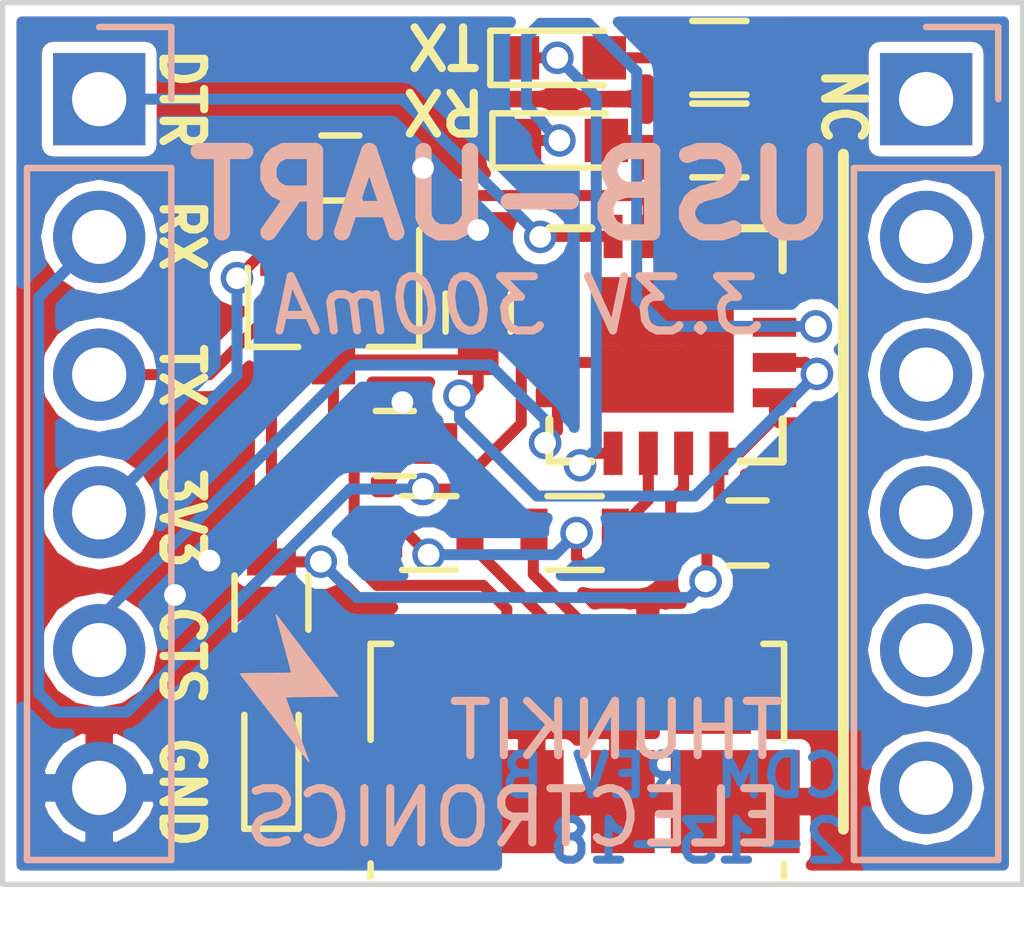
<source format=kicad_pcb>
(kicad_pcb (version 4) (host pcbnew 4.0.5+dfsg1-4)

  (general
    (links 49)
    (no_connects 0)
    (area 175.822599 93.2626 195.335257 113.9014)
    (thickness 1.6)
    (drawings 17)
    (tracks 154)
    (zones 0)
    (modules 23)
    (nets 27)
  )

  (page A4)
  (title_block
    (title USB-UART)
    (date 2018-09-02)
    (rev B)
    (company "THUNKIT ELECTRONICS")
  )

  (layers
    (0 F.Cu signal)
    (31 B.Cu signal)
    (32 B.Adhes user)
    (33 F.Adhes user)
    (34 B.Paste user)
    (35 F.Paste user)
    (36 B.SilkS user)
    (37 F.SilkS user)
    (38 B.Mask user)
    (39 F.Mask user)
    (40 Dwgs.User user)
    (41 Cmts.User user)
    (42 Eco1.User user)
    (43 Eco2.User user)
    (44 Edge.Cuts user)
    (45 Margin user)
    (46 B.CrtYd user)
    (47 F.CrtYd user)
    (48 B.Fab user hide)
    (49 F.Fab user hide)
  )

  (setup
    (last_trace_width 0.2032)
    (trace_clearance 0.1524)
    (zone_clearance 0.2032)
    (zone_45_only no)
    (trace_min 0.2)
    (segment_width 0.2)
    (edge_width 0.1)
    (via_size 0.6)
    (via_drill 0.4)
    (via_min_size 0.4)
    (via_min_drill 0.3)
    (uvia_size 0.3)
    (uvia_drill 0.1)
    (uvias_allowed no)
    (uvia_min_size 0)
    (uvia_min_drill 0)
    (pcb_text_width 0.3)
    (pcb_text_size 1.5 1.5)
    (mod_edge_width 0.15)
    (mod_text_size 1 1)
    (mod_text_width 0.15)
    (pad_size 0.6 0.6)
    (pad_drill 0.4)
    (pad_to_mask_clearance 0.05)
    (aux_axis_origin 0 0)
    (visible_elements FFFEFF7F)
    (pcbplotparams
      (layerselection 0x00030_80000001)
      (usegerberextensions false)
      (excludeedgelayer true)
      (linewidth 0.100000)
      (plotframeref false)
      (viasonmask false)
      (mode 1)
      (useauxorigin false)
      (hpglpennumber 1)
      (hpglpenspeed 20)
      (hpglpendiameter 15)
      (hpglpenoverlay 2)
      (psnegative false)
      (psa4output false)
      (plotreference true)
      (plotvalue true)
      (plotinvisibletext false)
      (padsonsilk false)
      (subtractmaskfromsilk false)
      (outputformat 1)
      (mirror false)
      (drillshape 1)
      (scaleselection 1)
      (outputdirectory ""))
  )

  (net 0 "")
  (net 1 GND)
  (net 2 "Net-(D1-Pad2)")
  (net 3 VCC)
  (net 4 "Net-(U1-Pad12)")
  (net 5 "Net-(U1-Pad14)")
  (net 6 "Net-(D2-Pad2)")
  (net 7 "Net-(D2-Pad1)")
  (net 8 "Net-(D3-Pad2)")
  (net 9 "Net-(D3-Pad1)")
  (net 10 /D-)
  (net 11 /D+)
  (net 12 /DA-)
  (net 13 /DA+)
  (net 14 "Net-(P1-Pad4)")
  (net 15 DTR)
  (net 16 RX)
  (net 17 TX)
  (net 18 CTS)
  (net 19 "Net-(P3-Pad1)")
  (net 20 "Net-(P3-Pad2)")
  (net 21 "Net-(P3-Pad3)")
  (net 22 "Net-(P3-Pad4)")
  (net 23 "Net-(P3-Pad5)")
  (net 24 "Net-(P3-Pad6)")
  (net 25 +5V)
  (net 26 +3V3)

  (net_class Default "This is the default net class."
    (clearance 0.1524)
    (trace_width 0.2032)
    (via_dia 0.6)
    (via_drill 0.4)
    (uvia_dia 0.3)
    (uvia_drill 0.1)
    (add_net +3V3)
    (add_net +5V)
    (add_net /D+)
    (add_net /D-)
    (add_net /DA+)
    (add_net /DA-)
    (add_net CTS)
    (add_net DTR)
    (add_net GND)
    (add_net "Net-(D1-Pad2)")
    (add_net "Net-(D2-Pad1)")
    (add_net "Net-(D2-Pad2)")
    (add_net "Net-(D3-Pad1)")
    (add_net "Net-(D3-Pad2)")
    (add_net "Net-(P1-Pad4)")
    (add_net "Net-(P3-Pad1)")
    (add_net "Net-(P3-Pad2)")
    (add_net "Net-(P3-Pad3)")
    (add_net "Net-(P3-Pad4)")
    (add_net "Net-(P3-Pad5)")
    (add_net "Net-(P3-Pad6)")
    (add_net "Net-(U1-Pad12)")
    (add_net "Net-(U1-Pad14)")
    (add_net RX)
    (add_net TX)
    (add_net VCC)
  )

  (module "MOD:GND VIA" (layer F.Cu) (tedit 5A83B1BE) (tstamp 5A83B4A0)
    (at 150.495 102.235)
    (fp_text reference "" (at 0 0) (layer F.SilkS)
      (effects (font (thickness 0.15)))
    )
    (fp_text value "" (at 0 0) (layer F.SilkS)
      (effects (font (thickness 0.15)))
    )
    (pad 1 thru_hole circle (at 0 1.27) (size 0.6 0.6) (drill 0.4) (layers *.Cu)
      (net 1 GND) (zone_connect 2))
  )

  (module "MOD:GND VIA" (layer F.Cu) (tedit 5A83B1BE) (tstamp 5A83B496)
    (at 149.86 102.87)
    (fp_text reference "" (at 0 0) (layer F.SilkS)
      (effects (font (thickness 0.15)))
    )
    (fp_text value "" (at 0 0) (layer F.SilkS)
      (effects (font (thickness 0.15)))
    )
    (pad 1 thru_hole circle (at 0 1.27) (size 0.6 0.6) (drill 0.4) (layers *.Cu)
      (net 1 GND) (zone_connect 2))
  )

  (module "MOD:GND VIA" (layer F.Cu) (tedit 5A83B1BE) (tstamp 5A83B482)
    (at 154.432 94.996)
    (fp_text reference "" (at 0 0) (layer F.SilkS)
      (effects (font (thickness 0.15)))
    )
    (fp_text value "" (at 0 0) (layer F.SilkS)
      (effects (font (thickness 0.15)))
    )
    (pad 1 thru_hole circle (at 0 1.27) (size 0.6 0.6) (drill 0.4) (layers *.Cu)
      (net 1 GND) (zone_connect 2))
  )

  (module "MOD:GND VIA" (layer F.Cu) (tedit 5A83B1BE) (tstamp 5A83B47D)
    (at 155.448 96.139)
    (fp_text reference "" (at 0 0) (layer F.SilkS)
      (effects (font (thickness 0.15)))
    )
    (fp_text value "" (at 0 0) (layer F.SilkS)
      (effects (font (thickness 0.15)))
    )
    (pad 1 thru_hole circle (at 0 1.27) (size 0.6 0.6) (drill 0.4) (layers *.Cu)
      (net 1 GND) (zone_connect 2))
  )

  (module Pin_Headers:Pin_Header_Straight_1x06_Pitch2.54mm (layer B.Cu) (tedit 5A109C61) (tstamp 5A109C54)
    (at 148.463 94.996 180)
    (descr "Through hole straight pin header, 1x06, 2.54mm pitch, single row")
    (tags "Through hole pin header THT 1x06 2.54mm single row")
    (path /5A109A8C)
    (fp_text reference P2 (at 0 2.33 180) (layer B.SilkS) hide
      (effects (font (size 1 1) (thickness 0.15)) (justify mirror))
    )
    (fp_text value LEFT (at 0 -15.03 180) (layer B.Fab)
      (effects (font (size 1 1) (thickness 0.15)) (justify mirror))
    )
    (fp_line (start -0.635 1.27) (end 1.27 1.27) (layer B.Fab) (width 0.1))
    (fp_line (start 1.27 1.27) (end 1.27 -13.97) (layer B.Fab) (width 0.1))
    (fp_line (start 1.27 -13.97) (end -1.27 -13.97) (layer B.Fab) (width 0.1))
    (fp_line (start -1.27 -13.97) (end -1.27 0.635) (layer B.Fab) (width 0.1))
    (fp_line (start -1.27 0.635) (end -0.635 1.27) (layer B.Fab) (width 0.1))
    (fp_line (start -1.33 -14.03) (end 1.33 -14.03) (layer B.SilkS) (width 0.12))
    (fp_line (start -1.33 -1.27) (end -1.33 -14.03) (layer B.SilkS) (width 0.12))
    (fp_line (start 1.33 -1.27) (end 1.33 -14.03) (layer B.SilkS) (width 0.12))
    (fp_line (start -1.33 -1.27) (end 1.33 -1.27) (layer B.SilkS) (width 0.12))
    (fp_line (start -1.33 0) (end -1.33 1.33) (layer B.SilkS) (width 0.12))
    (fp_line (start -1.33 1.33) (end 0 1.33) (layer B.SilkS) (width 0.12))
    (fp_line (start -1.8 1.8) (end -1.8 -14.5) (layer B.CrtYd) (width 0.05))
    (fp_line (start -1.8 -14.5) (end 1.8 -14.5) (layer B.CrtYd) (width 0.05))
    (fp_line (start 1.8 -14.5) (end 1.8 1.8) (layer B.CrtYd) (width 0.05))
    (fp_line (start 1.8 1.8) (end -1.8 1.8) (layer B.CrtYd) (width 0.05))
    (fp_text user %R (at 0 -6.35 450) (layer B.Fab)
      (effects (font (size 1 1) (thickness 0.15)) (justify mirror))
    )
    (pad 1 thru_hole rect (at 0 0 180) (size 1.7 1.7) (drill 1) (layers *.Cu *.Mask)
      (net 15 DTR))
    (pad 2 thru_hole oval (at 0 -2.54 180) (size 1.7 1.7) (drill 1) (layers *.Cu *.Mask)
      (net 16 RX))
    (pad 3 thru_hole oval (at 0 -5.08 180) (size 1.7 1.7) (drill 1) (layers *.Cu *.Mask)
      (net 17 TX))
    (pad 4 thru_hole oval (at 0 -7.62 180) (size 1.7 1.7) (drill 1) (layers *.Cu *.Mask)
      (net 26 +3V3))
    (pad 5 thru_hole oval (at 0 -10.16 180) (size 1.7 1.7) (drill 1) (layers *.Cu *.Mask)
      (net 18 CTS))
    (pad 6 thru_hole oval (at 0 -12.7 180) (size 1.7 1.7) (drill 1) (layers *.Cu *.Mask)
      (net 1 GND))
    (model ${KISYS3DMOD}/Pin_Headers.3dshapes/Pin_Header_Straight_1x06_Pitch2.54mm.wrl
      (at (xyz 0 0 0))
      (scale (xyz 1 1 1))
      (rotate (xyz 0 0 0))
    )
  )

  (module Pin_Headers:Pin_Header_Straight_1x06_Pitch2.54mm (layer B.Cu) (tedit 5A109C5D) (tstamp 5A109C5E)
    (at 163.703 94.996 180)
    (descr "Through hole straight pin header, 1x06, 2.54mm pitch, single row")
    (tags "Through hole pin header THT 1x06 2.54mm single row")
    (path /5A10A896)
    (fp_text reference P3 (at 0 2.33 180) (layer B.SilkS) hide
      (effects (font (size 1 1) (thickness 0.15)) (justify mirror))
    )
    (fp_text value RIGHT (at 0 -15.03 180) (layer B.Fab)
      (effects (font (size 1 1) (thickness 0.15)) (justify mirror))
    )
    (fp_line (start -0.635 1.27) (end 1.27 1.27) (layer B.Fab) (width 0.1))
    (fp_line (start 1.27 1.27) (end 1.27 -13.97) (layer B.Fab) (width 0.1))
    (fp_line (start 1.27 -13.97) (end -1.27 -13.97) (layer B.Fab) (width 0.1))
    (fp_line (start -1.27 -13.97) (end -1.27 0.635) (layer B.Fab) (width 0.1))
    (fp_line (start -1.27 0.635) (end -0.635 1.27) (layer B.Fab) (width 0.1))
    (fp_line (start -1.33 -14.03) (end 1.33 -14.03) (layer B.SilkS) (width 0.12))
    (fp_line (start -1.33 -1.27) (end -1.33 -14.03) (layer B.SilkS) (width 0.12))
    (fp_line (start 1.33 -1.27) (end 1.33 -14.03) (layer B.SilkS) (width 0.12))
    (fp_line (start -1.33 -1.27) (end 1.33 -1.27) (layer B.SilkS) (width 0.12))
    (fp_line (start -1.33 0) (end -1.33 1.33) (layer B.SilkS) (width 0.12))
    (fp_line (start -1.33 1.33) (end 0 1.33) (layer B.SilkS) (width 0.12))
    (fp_line (start -1.8 1.8) (end -1.8 -14.5) (layer B.CrtYd) (width 0.05))
    (fp_line (start -1.8 -14.5) (end 1.8 -14.5) (layer B.CrtYd) (width 0.05))
    (fp_line (start 1.8 -14.5) (end 1.8 1.8) (layer B.CrtYd) (width 0.05))
    (fp_line (start 1.8 1.8) (end -1.8 1.8) (layer B.CrtYd) (width 0.05))
    (fp_text user %R (at 0 -6.35 450) (layer B.Fab)
      (effects (font (size 1 1) (thickness 0.15)) (justify mirror))
    )
    (pad 1 thru_hole rect (at 0 0 180) (size 1.7 1.7) (drill 1) (layers *.Cu *.Mask)
      (net 19 "Net-(P3-Pad1)"))
    (pad 2 thru_hole oval (at 0 -2.54 180) (size 1.7 1.7) (drill 1) (layers *.Cu *.Mask)
      (net 20 "Net-(P3-Pad2)"))
    (pad 3 thru_hole oval (at 0 -5.08 180) (size 1.7 1.7) (drill 1) (layers *.Cu *.Mask)
      (net 21 "Net-(P3-Pad3)"))
    (pad 4 thru_hole oval (at 0 -7.62 180) (size 1.7 1.7) (drill 1) (layers *.Cu *.Mask)
      (net 22 "Net-(P3-Pad4)"))
    (pad 5 thru_hole oval (at 0 -10.16 180) (size 1.7 1.7) (drill 1) (layers *.Cu *.Mask)
      (net 23 "Net-(P3-Pad5)"))
    (pad 6 thru_hole oval (at 0 -12.7 180) (size 1.7 1.7) (drill 1) (layers *.Cu *.Mask)
      (net 24 "Net-(P3-Pad6)"))
    (model ${KISYS3DMOD}/Pin_Headers.3dshapes/Pin_Header_Straight_1x06_Pitch2.54mm.wrl
      (at (xyz 0 0 0))
      (scale (xyz 1 1 1))
      (rotate (xyz 0 0 0))
    )
  )

  (module Capacitors_SMD:C_0603 (layer F.Cu) (tedit 5A83ACEE) (tstamp 5A83ACC2)
    (at 160.413 102.997)
    (descr "Capacitor SMD 0603, reflow soldering, AVX (see smccp.pdf)")
    (tags "capacitor 0603")
    (path /59D96FBD)
    (attr smd)
    (fp_text reference C1 (at 0 -1.541001) (layer F.SilkS) hide
      (effects (font (size 1 1) (thickness 0.15)))
    )
    (fp_text value 1uF (at 0 1.5) (layer F.Fab)
      (effects (font (size 1 1) (thickness 0.15)))
    )
    (fp_line (start 1.4 0.65) (end -1.4 0.65) (layer F.CrtYd) (width 0.05))
    (fp_line (start 1.4 0.65) (end 1.4 -0.65) (layer F.CrtYd) (width 0.05))
    (fp_line (start -1.4 -0.65) (end -1.4 0.65) (layer F.CrtYd) (width 0.05))
    (fp_line (start -1.4 -0.65) (end 1.4 -0.65) (layer F.CrtYd) (width 0.05))
    (fp_line (start 0.35 0.6) (end -0.35 0.6) (layer F.SilkS) (width 0.12))
    (fp_line (start -0.35 -0.6) (end 0.35 -0.6) (layer F.SilkS) (width 0.12))
    (fp_line (start -0.8 -0.4) (end 0.8 -0.4) (layer F.Fab) (width 0.1))
    (fp_line (start 0.8 -0.4) (end 0.8 0.4) (layer F.Fab) (width 0.1))
    (fp_line (start 0.8 0.4) (end -0.8 0.4) (layer F.Fab) (width 0.1))
    (fp_line (start -0.8 0.4) (end -0.8 -0.4) (layer F.Fab) (width 0.1))
    (fp_text user %R (at 0 0) (layer F.Fab)
      (effects (font (size 0.3 0.3) (thickness 0.075)))
    )
    (pad 2 smd rect (at 0.75 0) (size 0.8 0.75) (layers F.Cu F.Paste F.Mask)
      (net 1 GND))
    (pad 1 smd rect (at -0.75 0) (size 0.8 0.75) (layers F.Cu F.Paste F.Mask)
      (net 3 VCC))
    (model Capacitors_SMD.3dshapes/C_0603.wrl
      (at (xyz 0 0 0))
      (scale (xyz 1 1 1))
      (rotate (xyz 0 0 0))
    )
  )

  (module Capacitors_SMD:C_0603 (layer F.Cu) (tedit 5A83ACF4) (tstamp 5A83ACC8)
    (at 155.448 98.933 270)
    (descr "Capacitor SMD 0603, reflow soldering, AVX (see smccp.pdf)")
    (tags "capacitor 0603")
    (path /5A10A522)
    (attr smd)
    (fp_text reference C2 (at 0 -1.5 270) (layer F.SilkS) hide
      (effects (font (size 1 1) (thickness 0.15)))
    )
    (fp_text value 1uF (at 0 1.5 270) (layer F.Fab)
      (effects (font (size 1 1) (thickness 0.15)))
    )
    (fp_line (start 1.4 0.65) (end -1.4 0.65) (layer F.CrtYd) (width 0.05))
    (fp_line (start 1.4 0.65) (end 1.4 -0.65) (layer F.CrtYd) (width 0.05))
    (fp_line (start -1.4 -0.65) (end -1.4 0.65) (layer F.CrtYd) (width 0.05))
    (fp_line (start -1.4 -0.65) (end 1.4 -0.65) (layer F.CrtYd) (width 0.05))
    (fp_line (start 0.35 0.6) (end -0.35 0.6) (layer F.SilkS) (width 0.12))
    (fp_line (start -0.35 -0.6) (end 0.35 -0.6) (layer F.SilkS) (width 0.12))
    (fp_line (start -0.8 -0.4) (end 0.8 -0.4) (layer F.Fab) (width 0.1))
    (fp_line (start 0.8 -0.4) (end 0.8 0.4) (layer F.Fab) (width 0.1))
    (fp_line (start 0.8 0.4) (end -0.8 0.4) (layer F.Fab) (width 0.1))
    (fp_line (start -0.8 0.4) (end -0.8 -0.4) (layer F.Fab) (width 0.1))
    (fp_text user %R (at 0 0 270) (layer F.Fab)
      (effects (font (size 0.3 0.3) (thickness 0.075)))
    )
    (pad 2 smd rect (at 0.75 0 270) (size 0.8 0.75) (layers F.Cu F.Paste F.Mask)
      (net 25 +5V))
    (pad 1 smd rect (at -0.75 0 270) (size 0.8 0.75) (layers F.Cu F.Paste F.Mask)
      (net 1 GND))
    (model Capacitors_SMD.3dshapes/C_0603.wrl
      (at (xyz 0 0 0))
      (scale (xyz 1 1 1))
      (rotate (xyz 0 0 0))
    )
  )

  (module Capacitors_SMD:C_0603 (layer F.Cu) (tedit 5A83ACF7) (tstamp 5A83ACCE)
    (at 153.912 101.346)
    (descr "Capacitor SMD 0603, reflow soldering, AVX (see smccp.pdf)")
    (tags "capacitor 0603")
    (path /5A109E04)
    (attr smd)
    (fp_text reference C3 (at 0 -1.5) (layer F.SilkS) hide
      (effects (font (size 1 1) (thickness 0.15)))
    )
    (fp_text value 1uF (at 0 1.5) (layer F.Fab)
      (effects (font (size 1 1) (thickness 0.15)))
    )
    (fp_line (start 1.4 0.65) (end -1.4 0.65) (layer F.CrtYd) (width 0.05))
    (fp_line (start 1.4 0.65) (end 1.4 -0.65) (layer F.CrtYd) (width 0.05))
    (fp_line (start -1.4 -0.65) (end -1.4 0.65) (layer F.CrtYd) (width 0.05))
    (fp_line (start -1.4 -0.65) (end 1.4 -0.65) (layer F.CrtYd) (width 0.05))
    (fp_line (start 0.35 0.6) (end -0.35 0.6) (layer F.SilkS) (width 0.12))
    (fp_line (start -0.35 -0.6) (end 0.35 -0.6) (layer F.SilkS) (width 0.12))
    (fp_line (start -0.8 -0.4) (end 0.8 -0.4) (layer F.Fab) (width 0.1))
    (fp_line (start 0.8 -0.4) (end 0.8 0.4) (layer F.Fab) (width 0.1))
    (fp_line (start 0.8 0.4) (end -0.8 0.4) (layer F.Fab) (width 0.1))
    (fp_line (start -0.8 0.4) (end -0.8 -0.4) (layer F.Fab) (width 0.1))
    (fp_text user %R (at 0 0) (layer F.Fab)
      (effects (font (size 0.3 0.3) (thickness 0.075)))
    )
    (pad 2 smd rect (at 0.75 0) (size 0.8 0.75) (layers F.Cu F.Paste F.Mask)
      (net 1 GND))
    (pad 1 smd rect (at -0.75 0) (size 0.8 0.75) (layers F.Cu F.Paste F.Mask)
      (net 25 +5V))
    (model Capacitors_SMD.3dshapes/C_0603.wrl
      (at (xyz 0 0 0))
      (scale (xyz 1 1 1))
      (rotate (xyz 0 0 0))
    )
  )

  (module Capacitors_SMD:C_0603 (layer F.Cu) (tedit 5A83ACDB) (tstamp 5A83ACD4)
    (at 152.908 96.266)
    (descr "Capacitor SMD 0603, reflow soldering, AVX (see smccp.pdf)")
    (tags "capacitor 0603")
    (path /5A109E7F)
    (attr smd)
    (fp_text reference C4 (at 0 -1.033001) (layer F.SilkS) hide
      (effects (font (size 1 1) (thickness 0.15)))
    )
    (fp_text value 1uF (at 0 1.5) (layer F.Fab)
      (effects (font (size 1 1) (thickness 0.15)))
    )
    (fp_line (start 1.4 0.65) (end -1.4 0.65) (layer F.CrtYd) (width 0.05))
    (fp_line (start 1.4 0.65) (end 1.4 -0.65) (layer F.CrtYd) (width 0.05))
    (fp_line (start -1.4 -0.65) (end -1.4 0.65) (layer F.CrtYd) (width 0.05))
    (fp_line (start -1.4 -0.65) (end 1.4 -0.65) (layer F.CrtYd) (width 0.05))
    (fp_line (start 0.35 0.6) (end -0.35 0.6) (layer F.SilkS) (width 0.12))
    (fp_line (start -0.35 -0.6) (end 0.35 -0.6) (layer F.SilkS) (width 0.12))
    (fp_line (start -0.8 -0.4) (end 0.8 -0.4) (layer F.Fab) (width 0.1))
    (fp_line (start 0.8 -0.4) (end 0.8 0.4) (layer F.Fab) (width 0.1))
    (fp_line (start 0.8 0.4) (end -0.8 0.4) (layer F.Fab) (width 0.1))
    (fp_line (start -0.8 0.4) (end -0.8 -0.4) (layer F.Fab) (width 0.1))
    (fp_text user %R (at 0 0) (layer F.Fab)
      (effects (font (size 0.3 0.3) (thickness 0.075)))
    )
    (pad 2 smd rect (at 0.75 0) (size 0.8 0.75) (layers F.Cu F.Paste F.Mask)
      (net 1 GND))
    (pad 1 smd rect (at -0.75 0) (size 0.8 0.75) (layers F.Cu F.Paste F.Mask)
      (net 26 +3V3))
    (model Capacitors_SMD.3dshapes/C_0603.wrl
      (at (xyz 0 0 0))
      (scale (xyz 1 1 1))
      (rotate (xyz 0 0 0))
    )
  )

  (module LEDs:LED_0603 (layer F.Cu) (tedit 5A83ACD8) (tstamp 5A83ACDA)
    (at 151.638 107.15 90)
    (descr "LED 0603 smd package")
    (tags "LED led 0603 SMD smd SMT smt smdled SMDLED smtled SMTLED")
    (path /59D904E2)
    (attr smd)
    (fp_text reference D1 (at 0 -1.25 90) (layer F.SilkS) hide
      (effects (font (size 1 1) (thickness 0.15)))
    )
    (fp_text value LED (at 0 1.35 90) (layer F.Fab)
      (effects (font (size 1 1) (thickness 0.15)))
    )
    (fp_line (start -1.3 -0.5) (end -1.3 0.5) (layer F.SilkS) (width 0.12))
    (fp_line (start -0.2 -0.2) (end -0.2 0.2) (layer F.Fab) (width 0.1))
    (fp_line (start -0.15 0) (end 0.15 -0.2) (layer F.Fab) (width 0.1))
    (fp_line (start 0.15 0.2) (end -0.15 0) (layer F.Fab) (width 0.1))
    (fp_line (start 0.15 -0.2) (end 0.15 0.2) (layer F.Fab) (width 0.1))
    (fp_line (start 0.8 0.4) (end -0.8 0.4) (layer F.Fab) (width 0.1))
    (fp_line (start 0.8 -0.4) (end 0.8 0.4) (layer F.Fab) (width 0.1))
    (fp_line (start -0.8 -0.4) (end 0.8 -0.4) (layer F.Fab) (width 0.1))
    (fp_line (start -0.8 0.4) (end -0.8 -0.4) (layer F.Fab) (width 0.1))
    (fp_line (start -1.3 0.5) (end 0.8 0.5) (layer F.SilkS) (width 0.12))
    (fp_line (start -1.3 -0.5) (end 0.8 -0.5) (layer F.SilkS) (width 0.12))
    (fp_line (start 1.45 -0.65) (end 1.45 0.65) (layer F.CrtYd) (width 0.05))
    (fp_line (start 1.45 0.65) (end -1.45 0.65) (layer F.CrtYd) (width 0.05))
    (fp_line (start -1.45 0.65) (end -1.45 -0.65) (layer F.CrtYd) (width 0.05))
    (fp_line (start -1.45 -0.65) (end 1.45 -0.65) (layer F.CrtYd) (width 0.05))
    (pad 2 smd rect (at 0.8 0 270) (size 0.8 0.8) (layers F.Cu F.Paste F.Mask)
      (net 2 "Net-(D1-Pad2)"))
    (pad 1 smd rect (at -0.8 0 270) (size 0.8 0.8) (layers F.Cu F.Paste F.Mask)
      (net 1 GND))
    (model ${KISYS3DMOD}/LEDs.3dshapes/LED_0603.wrl
      (at (xyz 0 0 0))
      (scale (xyz 1 1 1))
      (rotate (xyz 0 0 180))
    )
  )

  (module LEDs:LED_0603 (layer F.Cu) (tedit 5A83ACE2) (tstamp 5A83ACE0)
    (at 156.972 94.234)
    (descr "LED 0603 smd package")
    (tags "LED led 0603 SMD smd SMT smt smdled SMDLED smtled SMTLED")
    (path /59D9737D)
    (attr smd)
    (fp_text reference D2 (at 0 -1.25) (layer F.SilkS) hide
      (effects (font (size 1 1) (thickness 0.15)))
    )
    (fp_text value TX (at 0 1.35) (layer F.Fab)
      (effects (font (size 1 1) (thickness 0.15)))
    )
    (fp_line (start -1.3 -0.5) (end -1.3 0.5) (layer F.SilkS) (width 0.12))
    (fp_line (start -0.2 -0.2) (end -0.2 0.2) (layer F.Fab) (width 0.1))
    (fp_line (start -0.15 0) (end 0.15 -0.2) (layer F.Fab) (width 0.1))
    (fp_line (start 0.15 0.2) (end -0.15 0) (layer F.Fab) (width 0.1))
    (fp_line (start 0.15 -0.2) (end 0.15 0.2) (layer F.Fab) (width 0.1))
    (fp_line (start 0.8 0.4) (end -0.8 0.4) (layer F.Fab) (width 0.1))
    (fp_line (start 0.8 -0.4) (end 0.8 0.4) (layer F.Fab) (width 0.1))
    (fp_line (start -0.8 -0.4) (end 0.8 -0.4) (layer F.Fab) (width 0.1))
    (fp_line (start -0.8 0.4) (end -0.8 -0.4) (layer F.Fab) (width 0.1))
    (fp_line (start -1.3 0.5) (end 0.8 0.5) (layer F.SilkS) (width 0.12))
    (fp_line (start -1.3 -0.5) (end 0.8 -0.5) (layer F.SilkS) (width 0.12))
    (fp_line (start 1.45 -0.65) (end 1.45 0.65) (layer F.CrtYd) (width 0.05))
    (fp_line (start 1.45 0.65) (end -1.45 0.65) (layer F.CrtYd) (width 0.05))
    (fp_line (start -1.45 0.65) (end -1.45 -0.65) (layer F.CrtYd) (width 0.05))
    (fp_line (start -1.45 -0.65) (end 1.45 -0.65) (layer F.CrtYd) (width 0.05))
    (pad 2 smd rect (at 0.8 0 180) (size 0.8 0.8) (layers F.Cu F.Paste F.Mask)
      (net 6 "Net-(D2-Pad2)"))
    (pad 1 smd rect (at -0.8 0 180) (size 0.8 0.8) (layers F.Cu F.Paste F.Mask)
      (net 7 "Net-(D2-Pad1)"))
    (model ${KISYS3DMOD}/LEDs.3dshapes/LED_0603.wrl
      (at (xyz 0 0 0))
      (scale (xyz 1 1 1))
      (rotate (xyz 0 0 180))
    )
  )

  (module LEDs:LED_0603 (layer F.Cu) (tedit 5A83ACE4) (tstamp 5A83ACE6)
    (at 157.01 95.758)
    (descr "LED 0603 smd package")
    (tags "LED led 0603 SMD smd SMT smt smdled SMDLED smtled SMTLED")
    (path /59D9733E)
    (attr smd)
    (fp_text reference D3 (at 0 -1.25) (layer F.SilkS) hide
      (effects (font (size 1 1) (thickness 0.15)))
    )
    (fp_text value RX (at 0 1.35) (layer F.Fab)
      (effects (font (size 1 1) (thickness 0.15)))
    )
    (fp_line (start -1.3 -0.5) (end -1.3 0.5) (layer F.SilkS) (width 0.12))
    (fp_line (start -0.2 -0.2) (end -0.2 0.2) (layer F.Fab) (width 0.1))
    (fp_line (start -0.15 0) (end 0.15 -0.2) (layer F.Fab) (width 0.1))
    (fp_line (start 0.15 0.2) (end -0.15 0) (layer F.Fab) (width 0.1))
    (fp_line (start 0.15 -0.2) (end 0.15 0.2) (layer F.Fab) (width 0.1))
    (fp_line (start 0.8 0.4) (end -0.8 0.4) (layer F.Fab) (width 0.1))
    (fp_line (start 0.8 -0.4) (end 0.8 0.4) (layer F.Fab) (width 0.1))
    (fp_line (start -0.8 -0.4) (end 0.8 -0.4) (layer F.Fab) (width 0.1))
    (fp_line (start -0.8 0.4) (end -0.8 -0.4) (layer F.Fab) (width 0.1))
    (fp_line (start -1.3 0.5) (end 0.8 0.5) (layer F.SilkS) (width 0.12))
    (fp_line (start -1.3 -0.5) (end 0.8 -0.5) (layer F.SilkS) (width 0.12))
    (fp_line (start 1.45 -0.65) (end 1.45 0.65) (layer F.CrtYd) (width 0.05))
    (fp_line (start 1.45 0.65) (end -1.45 0.65) (layer F.CrtYd) (width 0.05))
    (fp_line (start -1.45 0.65) (end -1.45 -0.65) (layer F.CrtYd) (width 0.05))
    (fp_line (start -1.45 -0.65) (end 1.45 -0.65) (layer F.CrtYd) (width 0.05))
    (pad 2 smd rect (at 0.8 0 180) (size 0.8 0.8) (layers F.Cu F.Paste F.Mask)
      (net 8 "Net-(D3-Pad2)"))
    (pad 1 smd rect (at -0.8 0 180) (size 0.8 0.8) (layers F.Cu F.Paste F.Mask)
      (net 9 "Net-(D3-Pad1)"))
    (model ${KISYS3DMOD}/LEDs.3dshapes/LED_0603.wrl
      (at (xyz 0 0 0))
      (scale (xyz 1 1 1))
      (rotate (xyz 0 0 180))
    )
  )

  (module Connectors_USB:USB_Micro-B_Molex_47346-0001 (layer F.Cu) (tedit 5A83ACA3) (tstamp 5A83ACF5)
    (at 157.275 107.95)
    (descr "Micro USB B receptable with flange, bottom-mount, SMD, right-angle (http://www.molex.com/pdm_docs/sd/473460001_sd.pdf)")
    (tags "Micro B USB SMD")
    (path /5A10A264)
    (attr smd)
    (fp_text reference P1 (at 0 -4.5) (layer F.SilkS) hide
      (effects (font (size 1 1) (thickness 0.15)))
    )
    (fp_text value USB_OTG (at 0 3.4 180) (layer F.Fab)
      (effects (font (size 1 1) (thickness 0.15)))
    )
    (fp_text user "PCB Edge" (at 0 1.47 180) (layer Dwgs.User)
      (effects (font (size 0.4 0.4) (thickness 0.04)))
    )
    (fp_text user %R (at 0 0) (layer F.Fab)
      (effects (font (size 1 1) (thickness 0.15)))
    )
    (fp_line (start 3.81 -2.91) (end 3.43 -2.91) (layer F.SilkS) (width 0.12))
    (fp_line (start 4.6 2.7) (end -4.6 2.7) (layer F.CrtYd) (width 0.05))
    (fp_line (start 4.6 -3.9) (end 4.6 2.7) (layer F.CrtYd) (width 0.05))
    (fp_line (start -4.6 -3.9) (end 4.6 -3.9) (layer F.CrtYd) (width 0.05))
    (fp_line (start -4.6 2.7) (end -4.6 -3.9) (layer F.CrtYd) (width 0.05))
    (fp_line (start 3.75 2.15) (end -3.75 2.15) (layer F.Fab) (width 0.1))
    (fp_line (start 3.75 -2.85) (end 3.75 2.15) (layer F.Fab) (width 0.1))
    (fp_line (start -3.75 -2.85) (end 3.75 -2.85) (layer F.Fab) (width 0.1))
    (fp_line (start -3.75 2.15) (end -3.75 -2.85) (layer F.Fab) (width 0.1))
    (fp_line (start 3.81 1.14) (end 3.81 1.4) (layer F.SilkS) (width 0.12))
    (fp_line (start 3.81 -2.91) (end 3.81 -1.14) (layer F.SilkS) (width 0.12))
    (fp_line (start -3.81 -2.91) (end -3.43 -2.91) (layer F.SilkS) (width 0.12))
    (fp_line (start -3.81 -1.14) (end -3.81 -2.91) (layer F.SilkS) (width 0.12))
    (fp_line (start -3.81 1.4) (end -3.81 1.14) (layer F.SilkS) (width 0.12))
    (fp_line (start -3.25 1.45) (end 3.25 1.45) (layer F.Fab) (width 0.1))
    (pad 1 smd rect (at -1.3 -2.66) (size 0.45 1.38) (layers F.Cu F.Paste F.Mask)
      (net 25 +5V))
    (pad 2 smd rect (at -0.65 -2.66) (size 0.45 1.38) (layers F.Cu F.Paste F.Mask)
      (net 10 /D-))
    (pad 3 smd rect (at 0 -2.66) (size 0.45 1.38) (layers F.Cu F.Paste F.Mask)
      (net 11 /D+))
    (pad 4 smd rect (at 0.65 -2.66) (size 0.45 1.38) (layers F.Cu F.Paste F.Mask)
      (net 14 "Net-(P1-Pad4)"))
    (pad 5 smd rect (at 1.3 -2.66) (size 0.45 1.38) (layers F.Cu F.Paste F.Mask)
      (net 1 GND))
    (pad 6 smd rect (at -2.4625 -2.3) (size 1.475 2.1) (layers F.Cu F.Paste F.Mask)
      (net 1 GND))
    (pad 6 smd rect (at 2.4625 -2.3) (size 1.475 2.1) (layers F.Cu F.Paste F.Mask)
      (net 1 GND))
    (pad 6 smd rect (at -2.91 0) (size 2.375 1.9) (layers F.Cu F.Paste F.Mask)
      (net 1 GND))
    (pad 6 smd rect (at 2.91 0) (size 2.375 1.9) (layers F.Cu F.Paste F.Mask)
      (net 1 GND))
    (pad 6 smd rect (at -0.84 0) (size 1.175 1.9) (layers F.Cu F.Paste F.Mask)
      (net 1 GND))
    (pad 6 smd rect (at 0.84 0) (size 1.175 1.9) (layers F.Cu F.Paste F.Mask)
      (net 1 GND))
    (model ${KISYS3DMOD}/Connectors_USB.3dshapes/USB_Micro-B_Molex_47346-0001.wrl
      (at (xyz 0 0 0))
      (scale (xyz 1 1 1))
      (rotate (xyz 0 0 0))
    )
  )

  (module Resistors_SMD:R_0603 (layer F.Cu) (tedit 5A83ACE8) (tstamp 5A83ACFB)
    (at 154.547 102.997)
    (descr "Resistor SMD 0603, reflow soldering, Vishay (see dcrcw.pdf)")
    (tags "resistor 0603")
    (path /59D96A3C)
    (attr smd)
    (fp_text reference R1 (at 0 -1.45) (layer F.SilkS) hide
      (effects (font (size 1 1) (thickness 0.15)))
    )
    (fp_text value 22 (at 0 1.5) (layer F.Fab)
      (effects (font (size 1 1) (thickness 0.15)))
    )
    (fp_text user %R (at 0 0) (layer F.Fab)
      (effects (font (size 0.4 0.4) (thickness 0.075)))
    )
    (fp_line (start -0.8 0.4) (end -0.8 -0.4) (layer F.Fab) (width 0.1))
    (fp_line (start 0.8 0.4) (end -0.8 0.4) (layer F.Fab) (width 0.1))
    (fp_line (start 0.8 -0.4) (end 0.8 0.4) (layer F.Fab) (width 0.1))
    (fp_line (start -0.8 -0.4) (end 0.8 -0.4) (layer F.Fab) (width 0.1))
    (fp_line (start 0.5 0.68) (end -0.5 0.68) (layer F.SilkS) (width 0.12))
    (fp_line (start -0.5 -0.68) (end 0.5 -0.68) (layer F.SilkS) (width 0.12))
    (fp_line (start -1.25 -0.7) (end 1.25 -0.7) (layer F.CrtYd) (width 0.05))
    (fp_line (start -1.25 -0.7) (end -1.25 0.7) (layer F.CrtYd) (width 0.05))
    (fp_line (start 1.25 0.7) (end 1.25 -0.7) (layer F.CrtYd) (width 0.05))
    (fp_line (start 1.25 0.7) (end -1.25 0.7) (layer F.CrtYd) (width 0.05))
    (pad 1 smd rect (at -0.75 0) (size 0.5 0.9) (layers F.Cu F.Paste F.Mask)
      (net 12 /DA-))
    (pad 2 smd rect (at 0.75 0) (size 0.5 0.9) (layers F.Cu F.Paste F.Mask)
      (net 10 /D-))
    (model ${KISYS3DMOD}/Resistors_SMD.3dshapes/R_0603.wrl
      (at (xyz 0 0 0))
      (scale (xyz 1 1 1))
      (rotate (xyz 0 0 0))
    )
  )

  (module Resistors_SMD:R_0603 (layer F.Cu) (tedit 5A83ACEB) (tstamp 5A83AD01)
    (at 157.226 102.997 180)
    (descr "Resistor SMD 0603, reflow soldering, Vishay (see dcrcw.pdf)")
    (tags "resistor 0603")
    (path /59D96A8B)
    (attr smd)
    (fp_text reference R2 (at 0 -1.45 180) (layer F.SilkS) hide
      (effects (font (size 1 1) (thickness 0.15)))
    )
    (fp_text value 22 (at 0 1.5 180) (layer F.Fab)
      (effects (font (size 1 1) (thickness 0.15)))
    )
    (fp_text user %R (at 0 0 180) (layer F.Fab)
      (effects (font (size 0.4 0.4) (thickness 0.075)))
    )
    (fp_line (start -0.8 0.4) (end -0.8 -0.4) (layer F.Fab) (width 0.1))
    (fp_line (start 0.8 0.4) (end -0.8 0.4) (layer F.Fab) (width 0.1))
    (fp_line (start 0.8 -0.4) (end 0.8 0.4) (layer F.Fab) (width 0.1))
    (fp_line (start -0.8 -0.4) (end 0.8 -0.4) (layer F.Fab) (width 0.1))
    (fp_line (start 0.5 0.68) (end -0.5 0.68) (layer F.SilkS) (width 0.12))
    (fp_line (start -0.5 -0.68) (end 0.5 -0.68) (layer F.SilkS) (width 0.12))
    (fp_line (start -1.25 -0.7) (end 1.25 -0.7) (layer F.CrtYd) (width 0.05))
    (fp_line (start -1.25 -0.7) (end -1.25 0.7) (layer F.CrtYd) (width 0.05))
    (fp_line (start 1.25 0.7) (end 1.25 -0.7) (layer F.CrtYd) (width 0.05))
    (fp_line (start 1.25 0.7) (end -1.25 0.7) (layer F.CrtYd) (width 0.05))
    (pad 1 smd rect (at -0.75 0 180) (size 0.5 0.9) (layers F.Cu F.Paste F.Mask)
      (net 13 /DA+))
    (pad 2 smd rect (at 0.75 0 180) (size 0.5 0.9) (layers F.Cu F.Paste F.Mask)
      (net 11 /D+))
    (model ${KISYS3DMOD}/Resistors_SMD.3dshapes/R_0603.wrl
      (at (xyz 0 0 0))
      (scale (xyz 1 1 1))
      (rotate (xyz 0 0 0))
    )
  )

  (module Resistors_SMD:R_0603 (layer F.Cu) (tedit 5A83ACDF) (tstamp 5A83AD07)
    (at 151.638 104.279 90)
    (descr "Resistor SMD 0603, reflow soldering, Vishay (see dcrcw.pdf)")
    (tags "resistor 0603")
    (path /59D9743F)
    (attr smd)
    (fp_text reference R3 (at 0 -1.45 90) (layer F.SilkS) hide
      (effects (font (size 1 1) (thickness 0.15)))
    )
    (fp_text value 330 (at 0 1.5 90) (layer F.Fab)
      (effects (font (size 1 1) (thickness 0.15)))
    )
    (fp_text user %R (at 0 0 90) (layer F.Fab)
      (effects (font (size 0.4 0.4) (thickness 0.075)))
    )
    (fp_line (start -0.8 0.4) (end -0.8 -0.4) (layer F.Fab) (width 0.1))
    (fp_line (start 0.8 0.4) (end -0.8 0.4) (layer F.Fab) (width 0.1))
    (fp_line (start 0.8 -0.4) (end 0.8 0.4) (layer F.Fab) (width 0.1))
    (fp_line (start -0.8 -0.4) (end 0.8 -0.4) (layer F.Fab) (width 0.1))
    (fp_line (start 0.5 0.68) (end -0.5 0.68) (layer F.SilkS) (width 0.12))
    (fp_line (start -0.5 -0.68) (end 0.5 -0.68) (layer F.SilkS) (width 0.12))
    (fp_line (start -1.25 -0.7) (end 1.25 -0.7) (layer F.CrtYd) (width 0.05))
    (fp_line (start -1.25 -0.7) (end -1.25 0.7) (layer F.CrtYd) (width 0.05))
    (fp_line (start 1.25 0.7) (end 1.25 -0.7) (layer F.CrtYd) (width 0.05))
    (fp_line (start 1.25 0.7) (end -1.25 0.7) (layer F.CrtYd) (width 0.05))
    (pad 1 smd rect (at -0.75 0 90) (size 0.5 0.9) (layers F.Cu F.Paste F.Mask)
      (net 2 "Net-(D1-Pad2)"))
    (pad 2 smd rect (at 0.75 0 90) (size 0.5 0.9) (layers F.Cu F.Paste F.Mask)
      (net 3 VCC))
    (model ${KISYS3DMOD}/Resistors_SMD.3dshapes/R_0603.wrl
      (at (xyz 0 0 0))
      (scale (xyz 1 1 1))
      (rotate (xyz 0 0 0))
    )
  )

  (module Resistors_SMD:R_0603 (layer F.Cu) (tedit 5A83ACF1) (tstamp 5A83AD0D)
    (at 159.893 94.234)
    (descr "Resistor SMD 0603, reflow soldering, Vishay (see dcrcw.pdf)")
    (tags "resistor 0603")
    (path /59D97482)
    (attr smd)
    (fp_text reference R4 (at 0 -1.45) (layer F.SilkS) hide
      (effects (font (size 1 1) (thickness 0.15)))
    )
    (fp_text value 330 (at 0 1.5) (layer F.Fab)
      (effects (font (size 1 1) (thickness 0.15)))
    )
    (fp_text user %R (at 0 0) (layer F.Fab)
      (effects (font (size 0.4 0.4) (thickness 0.075)))
    )
    (fp_line (start -0.8 0.4) (end -0.8 -0.4) (layer F.Fab) (width 0.1))
    (fp_line (start 0.8 0.4) (end -0.8 0.4) (layer F.Fab) (width 0.1))
    (fp_line (start 0.8 -0.4) (end 0.8 0.4) (layer F.Fab) (width 0.1))
    (fp_line (start -0.8 -0.4) (end 0.8 -0.4) (layer F.Fab) (width 0.1))
    (fp_line (start 0.5 0.68) (end -0.5 0.68) (layer F.SilkS) (width 0.12))
    (fp_line (start -0.5 -0.68) (end 0.5 -0.68) (layer F.SilkS) (width 0.12))
    (fp_line (start -1.25 -0.7) (end 1.25 -0.7) (layer F.CrtYd) (width 0.05))
    (fp_line (start -1.25 -0.7) (end -1.25 0.7) (layer F.CrtYd) (width 0.05))
    (fp_line (start 1.25 0.7) (end 1.25 -0.7) (layer F.CrtYd) (width 0.05))
    (fp_line (start 1.25 0.7) (end -1.25 0.7) (layer F.CrtYd) (width 0.05))
    (pad 1 smd rect (at -0.75 0) (size 0.5 0.9) (layers F.Cu F.Paste F.Mask)
      (net 6 "Net-(D2-Pad2)"))
    (pad 2 smd rect (at 0.75 0) (size 0.5 0.9) (layers F.Cu F.Paste F.Mask)
      (net 3 VCC))
    (model ${KISYS3DMOD}/Resistors_SMD.3dshapes/R_0603.wrl
      (at (xyz 0 0 0))
      (scale (xyz 1 1 1))
      (rotate (xyz 0 0 0))
    )
  )

  (module Resistors_SMD:R_0603 (layer F.Cu) (tedit 5A83ACD5) (tstamp 5A83AD13)
    (at 159.893 95.758)
    (descr "Resistor SMD 0603, reflow soldering, Vishay (see dcrcw.pdf)")
    (tags "resistor 0603")
    (path /59D97451)
    (attr smd)
    (fp_text reference R5 (at 0 -1.45) (layer F.SilkS) hide
      (effects (font (size 1 1) (thickness 0.15)))
    )
    (fp_text value 330 (at 0 1.5) (layer F.Fab)
      (effects (font (size 1 1) (thickness 0.15)))
    )
    (fp_text user %R (at 0 0) (layer F.Fab)
      (effects (font (size 0.4 0.4) (thickness 0.075)))
    )
    (fp_line (start -0.8 0.4) (end -0.8 -0.4) (layer F.Fab) (width 0.1))
    (fp_line (start 0.8 0.4) (end -0.8 0.4) (layer F.Fab) (width 0.1))
    (fp_line (start 0.8 -0.4) (end 0.8 0.4) (layer F.Fab) (width 0.1))
    (fp_line (start -0.8 -0.4) (end 0.8 -0.4) (layer F.Fab) (width 0.1))
    (fp_line (start 0.5 0.68) (end -0.5 0.68) (layer F.SilkS) (width 0.12))
    (fp_line (start -0.5 -0.68) (end 0.5 -0.68) (layer F.SilkS) (width 0.12))
    (fp_line (start -1.25 -0.7) (end 1.25 -0.7) (layer F.CrtYd) (width 0.05))
    (fp_line (start -1.25 -0.7) (end -1.25 0.7) (layer F.CrtYd) (width 0.05))
    (fp_line (start 1.25 0.7) (end 1.25 -0.7) (layer F.CrtYd) (width 0.05))
    (fp_line (start 1.25 0.7) (end -1.25 0.7) (layer F.CrtYd) (width 0.05))
    (pad 1 smd rect (at -0.75 0) (size 0.5 0.9) (layers F.Cu F.Paste F.Mask)
      (net 8 "Net-(D3-Pad2)"))
    (pad 2 smd rect (at 0.75 0) (size 0.5 0.9) (layers F.Cu F.Paste F.Mask)
      (net 3 VCC))
    (model ${KISYS3DMOD}/Resistors_SMD.3dshapes/R_0603.wrl
      (at (xyz 0 0 0))
      (scale (xyz 1 1 1))
      (rotate (xyz 0 0 0))
    )
  )

  (module Housings_DFN_QFN:QFN-16-1EP_4x4mm_Pitch0.65mm (layer F.Cu) (tedit 5A83ACA7) (tstamp 5A83AD2B)
    (at 158.909 99.527)
    (descr "16-Lead Plastic Quad Flat, No Lead Package (ML) - 4x4x0.9 mm Body [QFN]; (see Microchip Packaging Specification 00000049BS.pdf)")
    (tags "QFN 0.65")
    (path /59D964FA)
    (attr smd)
    (fp_text reference U1 (at 0 -3.4) (layer F.SilkS) hide
      (effects (font (size 1 1) (thickness 0.15)))
    )
    (fp_text value FT230XQ-R (at 0 3.4) (layer F.Fab)
      (effects (font (size 1 1) (thickness 0.15)))
    )
    (fp_line (start -1 -2) (end 2 -2) (layer F.Fab) (width 0.15))
    (fp_line (start 2 -2) (end 2 2) (layer F.Fab) (width 0.15))
    (fp_line (start 2 2) (end -2 2) (layer F.Fab) (width 0.15))
    (fp_line (start -2 2) (end -2 -1) (layer F.Fab) (width 0.15))
    (fp_line (start -2 -1) (end -1 -2) (layer F.Fab) (width 0.15))
    (fp_line (start -2.65 -2.65) (end -2.65 2.65) (layer F.CrtYd) (width 0.05))
    (fp_line (start 2.65 -2.65) (end 2.65 2.65) (layer F.CrtYd) (width 0.05))
    (fp_line (start -2.65 -2.65) (end 2.65 -2.65) (layer F.CrtYd) (width 0.05))
    (fp_line (start -2.65 2.65) (end 2.65 2.65) (layer F.CrtYd) (width 0.05))
    (fp_line (start 2.15 -2.15) (end 2.15 -1.375) (layer F.SilkS) (width 0.15))
    (fp_line (start -2.15 2.15) (end -2.15 1.375) (layer F.SilkS) (width 0.15))
    (fp_line (start 2.15 2.15) (end 2.15 1.375) (layer F.SilkS) (width 0.15))
    (fp_line (start -2.15 -2.15) (end -1.375 -2.15) (layer F.SilkS) (width 0.15))
    (fp_line (start -2.15 2.15) (end -1.375 2.15) (layer F.SilkS) (width 0.15))
    (fp_line (start 2.15 2.15) (end 1.375 2.15) (layer F.SilkS) (width 0.15))
    (fp_line (start 2.15 -2.15) (end 1.375 -2.15) (layer F.SilkS) (width 0.15))
    (pad 1 smd rect (at -2 -0.975) (size 0.8 0.35) (layers F.Cu F.Paste F.Mask)
      (net 3 VCC))
    (pad 2 smd rect (at -2 -0.325) (size 0.8 0.35) (layers F.Cu F.Paste F.Mask)
      (net 16 RX))
    (pad 3 smd rect (at -2 0.325) (size 0.8 0.35) (layers F.Cu F.Paste F.Mask)
      (net 1 GND))
    (pad 4 smd rect (at -2 0.975) (size 0.8 0.35) (layers F.Cu F.Paste F.Mask)
      (net 18 CTS))
    (pad 5 smd rect (at -0.975 2 90) (size 0.8 0.35) (layers F.Cu F.Paste F.Mask)
      (net 7 "Net-(D2-Pad1)"))
    (pad 6 smd rect (at -0.325 2 90) (size 0.8 0.35) (layers F.Cu F.Paste F.Mask)
      (net 13 /DA+))
    (pad 7 smd rect (at 0.325 2 90) (size 0.8 0.35) (layers F.Cu F.Paste F.Mask)
      (net 12 /DA-))
    (pad 8 smd rect (at 0.975 2 90) (size 0.8 0.35) (layers F.Cu F.Paste F.Mask)
      (net 3 VCC))
    (pad 9 smd rect (at 2 0.975) (size 0.8 0.35) (layers F.Cu F.Paste F.Mask)
      (net 3 VCC))
    (pad 10 smd rect (at 2 0.325) (size 0.8 0.35) (layers F.Cu F.Paste F.Mask)
      (net 25 +5V))
    (pad 11 smd rect (at 2 -0.325) (size 0.8 0.35) (layers F.Cu F.Paste F.Mask)
      (net 9 "Net-(D3-Pad1)"))
    (pad 12 smd rect (at 2 -0.975) (size 0.8 0.35) (layers F.Cu F.Paste F.Mask)
      (net 4 "Net-(U1-Pad12)"))
    (pad 13 smd rect (at 0.975 -2 90) (size 0.8 0.35) (layers F.Cu F.Paste F.Mask)
      (net 1 GND))
    (pad 14 smd rect (at 0.325 -2 90) (size 0.8 0.35) (layers F.Cu F.Paste F.Mask)
      (net 5 "Net-(U1-Pad14)"))
    (pad 15 smd rect (at -0.325 -2 90) (size 0.8 0.35) (layers F.Cu F.Paste F.Mask)
      (net 17 TX))
    (pad 16 smd rect (at -0.975 -2 90) (size 0.8 0.35) (layers F.Cu F.Paste F.Mask)
      (net 15 DTR))
    (pad 17 smd rect (at 0.625 0.625) (size 1.25 1.25) (layers F.Cu F.Paste F.Mask)
      (net 1 GND) (solder_paste_margin_ratio -0.2))
    (pad 17 smd rect (at 0.625 -0.625) (size 1.25 1.25) (layers F.Cu F.Paste F.Mask)
      (net 1 GND) (solder_paste_margin_ratio -0.2))
    (pad 17 smd rect (at -0.625 0.625) (size 1.25 1.25) (layers F.Cu F.Paste F.Mask)
      (net 1 GND) (solder_paste_margin_ratio -0.2))
    (pad 17 smd rect (at -0.625 -0.625) (size 1.25 1.25) (layers F.Cu F.Paste F.Mask)
      (net 1 GND) (solder_paste_margin_ratio -0.2))
    (model ${KISYS3DMOD}/Housings_DFN_QFN.3dshapes/QFN-16-1EP_4x4mm_Pitch0.65mm.wrl
      (at (xyz 0 0 0))
      (scale (xyz 1 1 1))
      (rotate (xyz 0 0 0))
    )
  )

  (module TO_SOT_Packages_SMD:SOT-23 (layer F.Cu) (tedit 5A83ACAC) (tstamp 5A83AD32)
    (at 152.781 98.806 270)
    (descr "SOT-23, Standard")
    (tags SOT-23)
    (path /5A109DA5)
    (attr smd)
    (fp_text reference U2 (at 0 -2.5 270) (layer F.SilkS) hide
      (effects (font (size 1 1) (thickness 0.15)))
    )
    (fp_text value AP1117 (at 0 2.5 270) (layer F.Fab)
      (effects (font (size 1 1) (thickness 0.15)))
    )
    (fp_text user %R (at 0 0 360) (layer F.Fab)
      (effects (font (size 0.5 0.5) (thickness 0.075)))
    )
    (fp_line (start -0.7 -0.95) (end -0.7 1.5) (layer F.Fab) (width 0.1))
    (fp_line (start -0.15 -1.52) (end 0.7 -1.52) (layer F.Fab) (width 0.1))
    (fp_line (start -0.7 -0.95) (end -0.15 -1.52) (layer F.Fab) (width 0.1))
    (fp_line (start 0.7 -1.52) (end 0.7 1.52) (layer F.Fab) (width 0.1))
    (fp_line (start -0.7 1.52) (end 0.7 1.52) (layer F.Fab) (width 0.1))
    (fp_line (start 0.76 1.58) (end 0.76 0.65) (layer F.SilkS) (width 0.12))
    (fp_line (start 0.76 -1.58) (end 0.76 -0.65) (layer F.SilkS) (width 0.12))
    (fp_line (start -1.7 -1.75) (end 1.7 -1.75) (layer F.CrtYd) (width 0.05))
    (fp_line (start 1.7 -1.75) (end 1.7 1.75) (layer F.CrtYd) (width 0.05))
    (fp_line (start 1.7 1.75) (end -1.7 1.75) (layer F.CrtYd) (width 0.05))
    (fp_line (start -1.7 1.75) (end -1.7 -1.75) (layer F.CrtYd) (width 0.05))
    (fp_line (start 0.76 -1.58) (end -1.4 -1.58) (layer F.SilkS) (width 0.12))
    (fp_line (start 0.76 1.58) (end -0.7 1.58) (layer F.SilkS) (width 0.12))
    (pad 1 smd rect (at -1 -0.95 270) (size 0.9 0.8) (layers F.Cu F.Paste F.Mask)
      (net 1 GND))
    (pad 2 smd rect (at -1 0.95 270) (size 0.9 0.8) (layers F.Cu F.Paste F.Mask)
      (net 26 +3V3))
    (pad 3 smd rect (at 1 0 270) (size 0.9 0.8) (layers F.Cu F.Paste F.Mask)
      (net 25 +5V))
    (model ${KISYS3DMOD}/TO_SOT_Packages_SMD.3dshapes/SOT-23.wrl
      (at (xyz 0 0 0))
      (scale (xyz 1 1 1))
      (rotate (xyz 0 0 0))
    )
  )

  (module "MOD:GND VIA" (layer F.Cu) (tedit 5A83B1BE) (tstamp 5A83B45E)
    (at 154.051 99.314)
    (fp_text reference "" (at 0 0) (layer F.SilkS)
      (effects (font (thickness 0.15)))
    )
    (fp_text value "" (at 0 0) (layer F.SilkS)
      (effects (font (thickness 0.15)))
    )
    (pad 1 thru_hole circle (at 0 1.27) (size 0.6 0.6) (drill 0.4) (layers *.Cu)
      (net 1 GND) (zone_connect 2))
  )

  (module MOD:lightning (layer B.Cu) (tedit 0) (tstamp 5A83BCBE)
    (at 152.019 105.918)
    (fp_text reference G*** (at 0 0) (layer B.SilkS) hide
      (effects (font (thickness 0.3)) (justify mirror))
    )
    (fp_text value LOGO (at 0.75 0) (layer B.SilkS) hide
      (effects (font (thickness 0.3)) (justify mirror))
    )
    (fp_poly (pts (xy 0.314354 1.28972) (xy 0.304217 1.261534) (xy 0.287787 1.218017) (xy 0.262911 1.15128)
      (xy 0.231172 1.065639) (xy 0.194152 0.965409) (xy 0.153436 0.854904) (xy 0.110605 0.738441)
      (xy 0.067244 0.620333) (xy 0.024936 0.504897) (xy -0.014736 0.396447) (xy -0.050189 0.299299)
      (xy -0.079839 0.217767) (xy -0.102104 0.156168) (xy -0.1154 0.118815) (xy -0.118533 0.109316)
      (xy -0.102305 0.107325) (xy -0.056437 0.105235) (xy 0.014844 0.103147) (xy 0.10731 0.101162)
      (xy 0.216736 0.099383) (xy 0.338895 0.09791) (xy 0.368591 0.097623) (xy 0.855716 0.093133)
      (xy 0.294305 -0.649173) (xy 0.188629 -0.788761) (xy 0.088696 -0.920499) (xy -0.003562 -1.041856)
      (xy -0.086213 -1.150304) (xy -0.157324 -1.243314) (xy -0.214964 -1.318356) (xy -0.2572 -1.372901)
      (xy -0.2821 -1.40442) (xy -0.287856 -1.411173) (xy -0.30193 -1.419999) (xy -0.299939 -1.401084)
      (xy -0.298786 -1.397) (xy -0.288287 -1.359649) (xy -0.271246 -1.297666) (xy -0.248936 -1.2158)
      (xy -0.222636 -1.118801) (xy -0.193622 -1.011418) (xy -0.163169 -0.8984) (xy -0.132555 -0.784498)
      (xy -0.103056 -0.674459) (xy -0.075947 -0.573034) (xy -0.052507 -0.484973) (xy -0.03401 -0.415023)
      (xy -0.021734 -0.367936) (xy -0.016954 -0.34846) (xy -0.016934 -0.348256) (xy -0.033153 -0.345773)
      (xy -0.078954 -0.343529) (xy -0.150053 -0.34161) (xy -0.242165 -0.340104) (xy -0.351007 -0.339096)
      (xy -0.472294 -0.338674) (xy -0.491067 -0.338666) (xy -0.613834 -0.338377) (xy -0.72479 -0.33756)
      (xy -0.819653 -0.336292) (xy -0.894136 -0.334649) (xy -0.943957 -0.332707) (xy -0.964831 -0.330544)
      (xy -0.9652 -0.330209) (xy -0.955097 -0.315927) (xy -0.926253 -0.27784) (xy -0.880867 -0.218757)
      (xy -0.821139 -0.141491) (xy -0.749266 -0.048852) (xy -0.667449 0.056347) (xy -0.577885 0.171296)
      (xy -0.482774 0.293183) (xy -0.384315 0.419197) (xy -0.284706 0.546527) (xy -0.186147 0.672361)
      (xy -0.090836 0.793888) (xy -0.000972 0.908298) (xy 0.081246 1.012777) (xy 0.153618 1.104516)
      (xy 0.213947 1.180702) (xy 0.260033 1.238525) (xy 0.289678 1.275174) (xy 0.299666 1.286933)
      (xy 0.31437 1.300123) (xy 0.314354 1.28972)) (layer B.SilkS) (width 0.01))
  )

  (gr_line (start 162.179 96.012) (end 162.179 108.458) (layer F.SilkS) (width 0.2))
  (gr_text NC (at 162.179 94.361 270) (layer F.SilkS) (tstamp 5B4CBD23)
    (effects (font (size 0.75 0.65) (thickness 0.15)) (justify left))
  )
  (gr_text "THUNKIT\nELECTRONICS" (at 161.163 107.442) (layer B.SilkS) (tstamp 5AF8CE95)
    (effects (font (size 1 1) (thickness 0.15)) (justify left mirror))
  )
  (gr_text "RX\nTX" (at 154.813 94.615 180) (layer F.SilkS)
    (effects (font (size 0.75 0.75) (thickness 0.15)))
  )
  (gr_text "3.3V 300mA" (at 156.21 98.806) (layer B.SilkS) (tstamp 5A83B4C0)
    (effects (font (size 1 1) (thickness 0.15) italic) (justify mirror))
  )
  (gr_text USB-UART (at 156.083 96.774) (layer B.SilkS)
    (effects (font (size 1.5 1.5) (thickness 0.3)) (justify mirror))
  )
  (gr_text GND (at 149.987 106.68 270) (layer F.SilkS) (tstamp 5A10A22A)
    (effects (font (size 0.75 0.65) (thickness 0.15)) (justify left))
  )
  (gr_text CTS (at 149.987 104.267 270) (layer F.SilkS) (tstamp 5A10A221)
    (effects (font (size 0.75 0.65) (thickness 0.15)) (justify left))
  )
  (gr_text 3V3 (at 149.987 101.727 270) (layer F.SilkS) (tstamp 5A10A218)
    (effects (font (size 0.75 0.65) (thickness 0.15)) (justify left))
  )
  (gr_text TX (at 149.987 99.441 270) (layer F.SilkS) (tstamp 5A10A20D)
    (effects (font (size 0.75 0.65) (thickness 0.15)) (justify left))
  )
  (gr_text RX (at 149.987 96.774 270) (layer F.SilkS) (tstamp 5A10A206)
    (effects (font (size 0.75 0.65) (thickness 0.15)) (justify left))
  )
  (gr_text DTR (at 149.987 94.996 270) (layer F.SilkS)
    (effects (font (size 0.75 0.65) (thickness 0.15)))
  )
  (gr_text "CDM REV B\n2-13-18" (at 162.306 108.077) (layer B.Cu)
    (effects (font (size 0.75 0.75) (thickness 0.15)) (justify left mirror))
  )
  (gr_line (start 165.481 109.474) (end 165.481 93.218) (layer Edge.Cuts) (width 0.1))
  (gr_line (start 146.685 109.474) (end 165.481 109.474) (layer Edge.Cuts) (width 0.1))
  (gr_line (start 146.685 93.218) (end 146.685 109.474) (layer Edge.Cuts) (width 0.1))
  (gr_line (start 165.481 93.218) (end 146.685 93.218) (layer Edge.Cuts) (width 0.1))

  (segment (start 156.909 99.852) (end 157.984 99.852) (width 0.2032) (layer F.Cu) (net 1))
  (segment (start 157.984 99.852) (end 158.284 100.152) (width 0.2032) (layer F.Cu) (net 1))
  (segment (start 159.884 97.527) (end 159.884 98.552) (width 0.2032) (layer F.Cu) (net 1))
  (segment (start 159.884 98.552) (end 159.534 98.902) (width 0.2032) (layer F.Cu) (net 1))
  (segment (start 151.638 105.029) (end 151.638 106.35) (width 0.2032) (layer F.Cu) (net 2))
  (segment (start 161.925 100.965) (end 162.306 100.584) (width 0.2032) (layer F.Cu) (net 3))
  (segment (start 162.306 100.584) (end 162.306 96.9678) (width 0.2032) (layer F.Cu) (net 3))
  (segment (start 160.9938 100.965) (end 161.925 100.965) (width 0.2032) (layer F.Cu) (net 3))
  (segment (start 160.643 95.758) (end 161.0962 95.758) (width 0.2032) (layer F.Cu) (net 3))
  (segment (start 161.0962 95.758) (end 162.306 96.9678) (width 0.2032) (layer F.Cu) (net 3))
  (segment (start 160.9938 100.965) (end 160.909 100.8802) (width 0.2032) (layer F.Cu) (net 3))
  (segment (start 152.846724 103.824724) (end 152.546725 103.524725) (width 0.2032) (layer B.Cu) (net 3))
  (segment (start 153.207999 104.185999) (end 152.846724 103.824724) (width 0.2032) (layer B.Cu) (net 3))
  (segment (start 159.639 103.886) (end 159.339001 104.185999) (width 0.2032) (layer B.Cu) (net 3))
  (segment (start 151.638 103.529) (end 152.54245 103.529) (width 0.2032) (layer F.Cu) (net 3))
  (segment (start 152.54245 103.529) (end 152.546725 103.524725) (width 0.2032) (layer F.Cu) (net 3))
  (segment (start 159.339001 104.185999) (end 153.207999 104.185999) (width 0.2032) (layer B.Cu) (net 3))
  (via (at 152.546725 103.524725) (size 0.6) (drill 0.4) (layers F.Cu B.Cu) (net 3))
  (segment (start 152.323938 98.933) (end 155.9248 98.933) (width 0.2032) (layer F.Cu) (net 3))
  (segment (start 151.638 103.529) (end 151.638 99.618938) (width 0.2032) (layer F.Cu) (net 3))
  (segment (start 156.3058 98.552) (end 156.909 98.552) (width 0.2032) (layer F.Cu) (net 3))
  (segment (start 151.638 99.618938) (end 152.323938 98.933) (width 0.2032) (layer F.Cu) (net 3))
  (segment (start 155.9248 98.933) (end 156.3058 98.552) (width 0.2032) (layer F.Cu) (net 3))
  (segment (start 159.663 102.997) (end 159.663 103.862) (width 0.2032) (layer F.Cu) (net 3))
  (segment (start 159.663 103.862) (end 159.639 103.886) (width 0.2032) (layer F.Cu) (net 3))
  (via (at 159.639 103.886) (size 0.6) (drill 0.4) (layers F.Cu B.Cu) (net 3))
  (segment (start 160.3162 101.4308) (end 160.3584 101.4308) (width 0.2032) (layer F.Cu) (net 3))
  (segment (start 160.3584 101.4308) (end 160.909 100.8802) (width 0.2032) (layer F.Cu) (net 3))
  (segment (start 160.909 100.8802) (end 160.909 100.502) (width 0.2032) (layer F.Cu) (net 3))
  (segment (start 160.3162 101.473) (end 160.3162 101.4308) (width 0.2032) (layer F.Cu) (net 3))
  (segment (start 159.884 101.527) (end 160.2622 101.527) (width 0.2032) (layer F.Cu) (net 3))
  (segment (start 160.2622 101.527) (end 160.3162 101.473) (width 0.2032) (layer F.Cu) (net 3))
  (segment (start 159.663 102.997) (end 159.884 102.776) (width 0.2032) (layer F.Cu) (net 3))
  (segment (start 159.884 102.776) (end 159.884 101.527) (width 0.2032) (layer F.Cu) (net 3))
  (segment (start 160.643 95.758) (end 160.643 94.234) (width 0.2032) (layer F.Cu) (net 3))
  (segment (start 159.143 94.234) (end 157.772 94.234) (width 0.2032) (layer F.Cu) (net 6))
  (segment (start 157.624918 101.447979) (end 157.324919 101.747978) (width 0.2032) (layer B.Cu) (net 7))
  (segment (start 157.545897 101.527) (end 157.324919 101.747978) (width 0.2032) (layer F.Cu) (net 7))
  (segment (start 157.934 101.527) (end 157.545897 101.527) (width 0.2032) (layer F.Cu) (net 7))
  (via (at 157.324919 101.747978) (size 0.6) (drill 0.4) (layers F.Cu B.Cu) (net 7))
  (segment (start 157.624918 94.95202) (end 157.624918 101.447979) (width 0.2032) (layer B.Cu) (net 7))
  (segment (start 156.906898 94.234) (end 157.624918 94.95202) (width 0.2032) (layer B.Cu) (net 7))
  (segment (start 156.172 94.234) (end 156.906898 94.234) (width 0.2032) (layer F.Cu) (net 7))
  (via (at 156.906898 94.234) (size 0.6) (drill 0.4) (layers F.Cu B.Cu) (net 7))
  (segment (start 157.81 95.758) (end 159.143 95.758) (width 0.2032) (layer F.Cu) (net 8))
  (segment (start 161.671 99.187) (end 160.924 99.187) (width 0.2032) (layer F.Cu) (net 9))
  (segment (start 160.924 99.187) (end 160.909 99.202) (width 0.2032) (layer F.Cu) (net 9))
  (segment (start 158.877 99.187) (end 161.671 99.187) (width 0.2032) (layer B.Cu) (net 9))
  (via (at 161.671 99.187) (size 0.6) (drill 0.4) (layers F.Cu B.Cu) (net 9))
  (segment (start 158.369 98.679) (end 158.877 99.187) (width 0.2032) (layer B.Cu) (net 9))
  (segment (start 158.369 98.552) (end 158.369 98.679) (width 0.2032) (layer B.Cu) (net 9))
  (segment (start 158.369 94.488) (end 158.369 98.552) (width 0.2032) (layer B.Cu) (net 9))
  (segment (start 157.48 93.599) (end 158.369 94.488) (width 0.2032) (layer B.Cu) (net 9))
  (segment (start 156.591 93.599) (end 157.48 93.599) (width 0.2032) (layer B.Cu) (net 9))
  (segment (start 156.337 93.853) (end 156.591 93.599) (width 0.2032) (layer B.Cu) (net 9))
  (segment (start 156.337 95.123) (end 156.337 93.853) (width 0.2032) (layer B.Cu) (net 9))
  (segment (start 156.644899 95.430899) (end 156.337 95.123) (width 0.2032) (layer B.Cu) (net 9))
  (segment (start 156.944898 95.758) (end 156.644899 95.458001) (width 0.2032) (layer B.Cu) (net 9))
  (segment (start 156.644899 95.458001) (end 156.644899 95.430899) (width 0.2032) (layer B.Cu) (net 9))
  (segment (start 156.21 95.758) (end 156.944898 95.758) (width 0.2032) (layer F.Cu) (net 9))
  (via (at 156.944898 95.758) (size 0.6) (drill 0.4) (layers F.Cu B.Cu) (net 9))
  (segment (start 156.625 104.525) (end 156.625 105.29) (width 0.2032) (layer F.Cu) (net 10))
  (segment (start 155.297 103.197) (end 156.625 104.525) (width 0.2032) (layer F.Cu) (net 10))
  (segment (start 155.297 102.997) (end 155.297 103.197) (width 0.2032) (layer F.Cu) (net 10))
  (segment (start 156.476 102.997) (end 156.476 103.197) (width 0.2032) (layer F.Cu) (net 11))
  (segment (start 156.476 103.197) (end 156.464 103.209) (width 0.2032) (layer F.Cu) (net 11))
  (segment (start 156.464 103.209) (end 156.464 103.759) (width 0.2032) (layer F.Cu) (net 11))
  (segment (start 156.464 103.759) (end 157.275 104.57) (width 0.2032) (layer F.Cu) (net 11))
  (segment (start 157.275 104.57) (end 157.275 105.29) (width 0.2032) (layer F.Cu) (net 11))
  (segment (start 154.135054 102.997) (end 154.234216 103.096162) (width 0.2032) (layer F.Cu) (net 12))
  (segment (start 154.234216 103.096162) (end 154.534215 103.396161) (width 0.2032) (layer F.Cu) (net 12))
  (segment (start 154.958479 103.396161) (end 154.534215 103.396161) (width 0.2032) (layer B.Cu) (net 12))
  (via (at 154.534215 103.396161) (size 0.6) (drill 0.4) (layers F.Cu B.Cu) (net 12))
  (segment (start 157.260898 102.997) (end 156.861737 103.396161) (width 0.2032) (layer B.Cu) (net 12))
  (segment (start 156.861737 103.396161) (end 154.958479 103.396161) (width 0.2032) (layer B.Cu) (net 12))
  (segment (start 153.797 102.997) (end 154.135054 102.997) (width 0.2032) (layer F.Cu) (net 12))
  (segment (start 159.234 101.527) (end 159.234 102.170938) (width 0.2032) (layer F.Cu) (net 12))
  (segment (start 159.234 102.170938) (end 158.996299 102.408639) (width 0.2032) (layer F.Cu) (net 12))
  (segment (start 158.996299 102.408639) (end 158.996299 103.156763) (width 0.2032) (layer F.Cu) (net 12))
  (segment (start 157.260898 103.421264) (end 157.260898 102.997) (width 0.2032) (layer F.Cu) (net 12))
  (segment (start 158.996299 103.156763) (end 158.439361 103.713701) (width 0.2032) (layer F.Cu) (net 12))
  (segment (start 158.439361 103.713701) (end 157.512639 103.713701) (width 0.2032) (layer F.Cu) (net 12))
  (segment (start 157.512639 103.713701) (end 157.260898 103.46196) (width 0.2032) (layer F.Cu) (net 12))
  (segment (start 157.260898 103.46196) (end 157.260898 103.421264) (width 0.2032) (layer F.Cu) (net 12))
  (via (at 157.260898 102.997) (size 0.6) (drill 0.4) (layers F.Cu B.Cu) (net 12))
  (segment (start 157.976 102.997) (end 158.584 102.389) (width 0.2032) (layer F.Cu) (net 13))
  (segment (start 158.584 102.389) (end 158.584 101.527) (width 0.2032) (layer F.Cu) (net 13))
  (segment (start 148.463 94.996) (end 154.051 94.996) (width 0.2032) (layer B.Cu) (net 15))
  (segment (start 154.051 94.996) (end 156.291001 97.236001) (width 0.2032) (layer B.Cu) (net 15))
  (segment (start 156.291001 97.236001) (end 156.591 97.536) (width 0.2032) (layer B.Cu) (net 15))
  (segment (start 157.934 97.527) (end 156.6 97.527) (width 0.2032) (layer F.Cu) (net 15))
  (segment (start 156.6 97.527) (end 156.591 97.536) (width 0.2032) (layer F.Cu) (net 15))
  (via (at 156.591 97.536) (size 0.6) (drill 0.4) (layers F.Cu B.Cu) (net 15))
  (segment (start 147.701 106.299) (end 147.346299 105.944299) (width 0.2032) (layer B.Cu) (net 16))
  (segment (start 147.346299 105.944299) (end 147.346299 98.652701) (width 0.2032) (layer B.Cu) (net 16))
  (segment (start 147.346299 98.652701) (end 147.613001 98.385999) (width 0.2032) (layer B.Cu) (net 16))
  (segment (start 147.613001 98.385999) (end 148.463 97.536) (width 0.2032) (layer B.Cu) (net 16))
  (segment (start 148.971 106.299) (end 147.701 106.299) (width 0.2032) (layer B.Cu) (net 16))
  (segment (start 153.083898 102.186102) (end 148.971 106.299) (width 0.2032) (layer B.Cu) (net 16))
  (segment (start 154.432 102.186102) (end 153.162 102.186102) (width 0.2032) (layer B.Cu) (net 16))
  (segment (start 153.162 102.186102) (end 153.083898 102.186102) (width 0.2032) (layer B.Cu) (net 16))
  (segment (start 156.3058 99.202) (end 156.242299 99.265501) (width 0.2032) (layer F.Cu) (net 16))
  (segment (start 156.242299 100.975969) (end 155.032166 102.186102) (width 0.2032) (layer F.Cu) (net 16))
  (segment (start 156.909 99.202) (end 156.3058 99.202) (width 0.2032) (layer F.Cu) (net 16))
  (segment (start 156.242299 99.265501) (end 156.242299 100.975969) (width 0.2032) (layer F.Cu) (net 16))
  (segment (start 155.032166 102.186102) (end 154.432 102.186102) (width 0.2032) (layer F.Cu) (net 16))
  (via (at 154.432 102.186102) (size 0.6) (drill 0.4) (layers F.Cu B.Cu) (net 16))
  (segment (start 154.686 97.689938) (end 154.686 97.79) (width 0.2032) (layer F.Cu) (net 17))
  (segment (start 154.686 97.79) (end 154.686 98.171) (width 0.2032) (layer F.Cu) (net 17))
  (segment (start 158.584 97.527) (end 158.584 96.9238) (width 0.2032) (layer F.Cu) (net 17))
  (segment (start 158.584 96.9238) (end 158.4342 96.774) (width 0.2032) (layer F.Cu) (net 17))
  (segment (start 158.4342 96.774) (end 155.067 96.774) (width 0.2032) (layer F.Cu) (net 17))
  (segment (start 155.067 96.774) (end 154.686 97.155) (width 0.2032) (layer F.Cu) (net 17))
  (segment (start 154.686 97.155) (end 154.686 97.79) (width 0.2032) (layer F.Cu) (net 17))
  (segment (start 152.048299 98.522701) (end 150.495 100.076) (width 0.2032) (layer F.Cu) (net 17))
  (segment (start 150.495 100.076) (end 148.463 100.076) (width 0.2032) (layer F.Cu) (net 17))
  (segment (start 154.686 98.171) (end 154.334299 98.522701) (width 0.2032) (layer F.Cu) (net 17))
  (segment (start 154.334299 98.522701) (end 152.048299 98.522701) (width 0.2032) (layer F.Cu) (net 17))
  (segment (start 148.463 105.156) (end 148.463 104.571282) (width 0.2032) (layer B.Cu) (net 18))
  (segment (start 155.669606 99.898913) (end 156.681067 100.910374) (width 0.2032) (layer B.Cu) (net 18))
  (segment (start 148.463 104.571282) (end 153.135369 99.898913) (width 0.2032) (layer B.Cu) (net 18))
  (segment (start 156.681067 100.910374) (end 156.681067 101.334638) (width 0.2032) (layer B.Cu) (net 18))
  (segment (start 153.135369 99.898913) (end 155.669606 99.898913) (width 0.2032) (layer B.Cu) (net 18))
  (segment (start 156.909 101.106705) (end 156.681067 101.334638) (width 0.2032) (layer F.Cu) (net 18))
  (via (at 156.681067 101.334638) (size 0.6) (drill 0.4) (layers F.Cu B.Cu) (net 18))
  (segment (start 156.909 100.502) (end 156.909 101.106705) (width 0.2032) (layer F.Cu) (net 18))
  (segment (start 155.104305 100.889879) (end 155.104305 100.465615) (width 0.2032) (layer B.Cu) (net 25))
  (segment (start 156.529106 102.31468) (end 155.104305 100.889879) (width 0.2032) (layer B.Cu) (net 25))
  (segment (start 161.691213 100.061985) (end 159.438518 102.31468) (width 0.2032) (layer B.Cu) (net 25))
  (segment (start 155.448 99.683) (end 155.448 100.2862) (width 0.2032) (layer F.Cu) (net 25))
  (segment (start 159.438518 102.31468) (end 156.529106 102.31468) (width 0.2032) (layer B.Cu) (net 25))
  (segment (start 155.448 100.2862) (end 155.268585 100.465615) (width 0.2032) (layer F.Cu) (net 25))
  (segment (start 153.162 103.542062) (end 153.162 101.9242) (width 0.2032) (layer F.Cu) (net 25))
  (via (at 155.104305 100.465615) (size 0.6) (drill 0.4) (layers F.Cu B.Cu) (net 25))
  (segment (start 155.268585 100.465615) (end 155.104305 100.465615) (width 0.2032) (layer F.Cu) (net 25))
  (segment (start 155.975 105.29) (end 155.975 104.3968) (width 0.2032) (layer F.Cu) (net 25))
  (segment (start 155.975 104.3968) (end 155.541062 103.962862) (width 0.2032) (layer F.Cu) (net 25))
  (segment (start 155.541062 103.962862) (end 153.5828 103.962862) (width 0.2032) (layer F.Cu) (net 25))
  (segment (start 153.5828 103.962862) (end 153.162 103.542062) (width 0.2032) (layer F.Cu) (net 25))
  (segment (start 153.162 101.9242) (end 153.162 101.346) (width 0.2032) (layer F.Cu) (net 25))
  (segment (start 160.909 99.852) (end 161.481228 99.852) (width 0.2032) (layer F.Cu) (net 25))
  (segment (start 161.481228 99.852) (end 161.691213 100.061985) (width 0.2032) (layer F.Cu) (net 25))
  (via (at 161.691213 100.061985) (size 0.6) (drill 0.4) (layers F.Cu B.Cu) (net 25))
  (segment (start 152.781 99.806) (end 155.325 99.806) (width 0.2032) (layer F.Cu) (net 25))
  (segment (start 155.325 99.806) (end 155.448 99.683) (width 0.2032) (layer F.Cu) (net 25))
  (segment (start 152.781 99.806) (end 152.781 100.965) (width 0.2032) (layer F.Cu) (net 25))
  (segment (start 152.781 100.965) (end 153.162 101.346) (width 0.2032) (layer F.Cu) (net 25))
  (segment (start 151.831 97.806) (end 151.495 97.806) (width 0.2032) (layer F.Cu) (net 26))
  (segment (start 151.495 97.806) (end 151.003 98.298) (width 0.2032) (layer F.Cu) (net 26))
  (segment (start 151.003 100.076) (end 151.003 98.298) (width 0.2032) (layer B.Cu) (net 26))
  (via (at 151.003 98.298) (size 0.6) (drill 0.4) (layers F.Cu B.Cu) (net 26))
  (segment (start 148.463 102.616) (end 151.003 100.076) (width 0.2032) (layer B.Cu) (net 26))
  (segment (start 151.831 97.806) (end 151.831 96.593) (width 0.2032) (layer F.Cu) (net 26))
  (segment (start 151.831 96.593) (end 152.158 96.266) (width 0.2032) (layer F.Cu) (net 26))

  (zone (net 1) (net_name GND) (layer F.Cu) (tstamp 0) (hatch edge 0.508)
    (connect_pads (clearance 0.2032))
    (min_thickness 0.2032)
    (fill yes (arc_segments 16) (thermal_gap 0.2032) (thermal_bridge_width 0.508))
    (polygon
      (pts
        (xy 146.685 109.474) (xy 146.685 93.218) (xy 165.481 93.218) (xy 165.481 109.474)
      )
    )
    (filled_polygon
      (pts
        (xy 155.555308 93.611237) (xy 155.485713 93.713093) (xy 155.461229 93.834) (xy 155.461229 94.634) (xy 155.482482 94.746952)
        (xy 155.549237 94.850692) (xy 155.651093 94.920287) (xy 155.772 94.944771) (xy 156.572 94.944771) (xy 156.684952 94.923518)
        (xy 156.788692 94.856763) (xy 156.801028 94.838708) (xy 157.026672 94.838905) (xy 157.117502 94.801375) (xy 157.149237 94.850692)
        (xy 157.251093 94.920287) (xy 157.372 94.944771) (xy 158.172 94.944771) (xy 158.284952 94.923518) (xy 158.388692 94.856763)
        (xy 158.458287 94.754907) (xy 158.481475 94.6404) (xy 158.582229 94.6404) (xy 158.582229 94.684) (xy 158.603482 94.796952)
        (xy 158.670237 94.900692) (xy 158.772093 94.970287) (xy 158.893 94.994771) (xy 159.393 94.994771) (xy 159.505952 94.973518)
        (xy 159.609692 94.906763) (xy 159.679287 94.804907) (xy 159.703771 94.684) (xy 159.703771 93.784) (xy 159.682518 93.671048)
        (xy 159.619297 93.5728) (xy 160.168407 93.5728) (xy 160.106713 93.663093) (xy 160.082229 93.784) (xy 160.082229 94.684)
        (xy 160.103482 94.796952) (xy 160.170237 94.900692) (xy 160.2366 94.946036) (xy 160.2366 95.04644) (xy 160.176308 95.085237)
        (xy 160.106713 95.187093) (xy 160.082229 95.308) (xy 160.082229 96.208) (xy 160.103482 96.320952) (xy 160.170237 96.424692)
        (xy 160.272093 96.494287) (xy 160.393 96.518771) (xy 160.893 96.518771) (xy 161.005952 96.497518) (xy 161.109692 96.430763)
        (xy 161.144006 96.380542) (xy 161.8996 97.136137) (xy 161.8996 98.627055) (xy 161.79183 98.582305) (xy 161.619771 98.582155)
        (xy 161.619771 98.377) (xy 161.598518 98.264048) (xy 161.531763 98.160308) (xy 161.429907 98.090713) (xy 161.309 98.066229)
        (xy 160.509 98.066229) (xy 160.399824 98.086771) (xy 160.345313 98.03226) (xy 160.3638 97.987628) (xy 160.3638 97.7556)
        (xy 160.2876 97.6794) (xy 159.9715 97.6794) (xy 159.9715 97.6994) (xy 159.7965 97.6994) (xy 159.7965 97.6794)
        (xy 159.719771 97.6794) (xy 159.719771 97.3746) (xy 159.7965 97.3746) (xy 159.7965 96.8984) (xy 159.9715 96.8984)
        (xy 159.9715 97.3746) (xy 160.2876 97.3746) (xy 160.3638 97.2984) (xy 160.3638 97.066372) (xy 160.317397 96.954345)
        (xy 160.231656 96.868603) (xy 160.119629 96.8222) (xy 160.0477 96.8222) (xy 159.9715 96.8984) (xy 159.7965 96.8984)
        (xy 159.7203 96.8222) (xy 159.648371 96.8222) (xy 159.557749 96.859737) (xy 159.529907 96.840713) (xy 159.409 96.816229)
        (xy 159.059 96.816229) (xy 158.97225 96.832552) (xy 158.959465 96.768277) (xy 158.871368 96.636432) (xy 158.721568 96.486632)
        (xy 158.66303 96.447518) (xy 158.589723 96.398535) (xy 158.435508 96.36786) (xy 158.496287 96.278907) (xy 158.519475 96.1644)
        (xy 158.582229 96.1644) (xy 158.582229 96.208) (xy 158.603482 96.320952) (xy 158.670237 96.424692) (xy 158.772093 96.494287)
        (xy 158.893 96.518771) (xy 159.393 96.518771) (xy 159.505952 96.497518) (xy 159.609692 96.430763) (xy 159.679287 96.328907)
        (xy 159.703771 96.208) (xy 159.703771 95.308) (xy 159.682518 95.195048) (xy 159.615763 95.091308) (xy 159.513907 95.021713)
        (xy 159.393 94.997229) (xy 158.893 94.997229) (xy 158.780048 95.018482) (xy 158.676308 95.085237) (xy 158.606713 95.187093)
        (xy 158.582229 95.308) (xy 158.582229 95.3516) (xy 158.519567 95.3516) (xy 158.499518 95.245048) (xy 158.432763 95.141308)
        (xy 158.330907 95.071713) (xy 158.21 95.047229) (xy 157.41 95.047229) (xy 157.297048 95.068482) (xy 157.193308 95.135237)
        (xy 157.155494 95.190579) (xy 157.065728 95.153305) (xy 156.840356 95.153108) (xy 156.832763 95.141308) (xy 156.730907 95.071713)
        (xy 156.61 95.047229) (xy 155.81 95.047229) (xy 155.697048 95.068482) (xy 155.593308 95.135237) (xy 155.523713 95.237093)
        (xy 155.499229 95.358) (xy 155.499229 96.158) (xy 155.520482 96.270952) (xy 155.582673 96.3676) (xy 155.067 96.3676)
        (xy 154.911477 96.398535) (xy 154.779632 96.486632) (xy 154.398632 96.867632) (xy 154.310535 96.999477) (xy 154.291979 97.092766)
        (xy 154.191629 97.0512) (xy 153.9596 97.0512) (xy 153.8834 97.1274) (xy 153.8834 97.6536) (xy 153.9034 97.6536)
        (xy 153.9034 97.9584) (xy 153.8834 97.9584) (xy 153.8834 97.9784) (xy 153.5786 97.9784) (xy 153.5786 97.9584)
        (xy 153.1024 97.9584) (xy 153.0262 98.0346) (xy 153.0262 98.116301) (xy 152.541771 98.116301) (xy 152.541771 97.356)
        (xy 152.530364 97.295372) (xy 153.0262 97.295372) (xy 153.0262 97.5774) (xy 153.1024 97.6536) (xy 153.5786 97.6536)
        (xy 153.5786 97.1274) (xy 153.5024 97.0512) (xy 153.270371 97.0512) (xy 153.158344 97.097603) (xy 153.072603 97.183345)
        (xy 153.0262 97.295372) (xy 152.530364 97.295372) (xy 152.520518 97.243048) (xy 152.453763 97.139308) (xy 152.351907 97.069713)
        (xy 152.2374 97.046525) (xy 152.2374 96.951771) (xy 152.558 96.951771) (xy 152.670952 96.930518) (xy 152.774692 96.863763)
        (xy 152.844287 96.761907) (xy 152.868771 96.641) (xy 152.868771 96.4946) (xy 152.9532 96.4946) (xy 152.9532 96.701629)
        (xy 152.999603 96.813656) (xy 153.085345 96.899397) (xy 153.197372 96.9458) (xy 153.4294 96.9458) (xy 153.5056 96.8696)
        (xy 153.5056 96.4184) (xy 153.8104 96.4184) (xy 153.8104 96.8696) (xy 153.8866 96.9458) (xy 154.118628 96.9458)
        (xy 154.230655 96.899397) (xy 154.316397 96.813656) (xy 154.3628 96.701629) (xy 154.3628 96.4946) (xy 154.2866 96.4184)
        (xy 153.8104 96.4184) (xy 153.5056 96.4184) (xy 153.0294 96.4184) (xy 152.9532 96.4946) (xy 152.868771 96.4946)
        (xy 152.868771 95.891) (xy 152.857364 95.830371) (xy 152.9532 95.830371) (xy 152.9532 96.0374) (xy 153.0294 96.1136)
        (xy 153.5056 96.1136) (xy 153.5056 95.6624) (xy 153.8104 95.6624) (xy 153.8104 96.1136) (xy 154.2866 96.1136)
        (xy 154.3628 96.0374) (xy 154.3628 95.830371) (xy 154.316397 95.718344) (xy 154.230655 95.632603) (xy 154.118628 95.5862)
        (xy 153.8866 95.5862) (xy 153.8104 95.6624) (xy 153.5056 95.6624) (xy 153.4294 95.5862) (xy 153.197372 95.5862)
        (xy 153.085345 95.632603) (xy 152.999603 95.718344) (xy 152.9532 95.830371) (xy 152.857364 95.830371) (xy 152.847518 95.778048)
        (xy 152.780763 95.674308) (xy 152.678907 95.604713) (xy 152.558 95.580229) (xy 151.758 95.580229) (xy 151.645048 95.601482)
        (xy 151.541308 95.668237) (xy 151.471713 95.770093) (xy 151.447229 95.891) (xy 151.447229 96.479235) (xy 151.4246 96.593)
        (xy 151.4246 97.046433) (xy 151.318048 97.066482) (xy 151.214308 97.133237) (xy 151.144713 97.235093) (xy 151.120229 97.356)
        (xy 151.120229 97.606035) (xy 151.033038 97.693226) (xy 150.883226 97.693095) (xy 150.660856 97.784976) (xy 150.490574 97.954961)
        (xy 150.398305 98.17717) (xy 150.398095 98.417774) (xy 150.489976 98.640144) (xy 150.659961 98.810426) (xy 150.88217 98.902695)
        (xy 151.093384 98.902879) (xy 150.326664 99.6696) (xy 149.559586 99.6696) (xy 149.55252 99.634077) (xy 149.302191 99.259433)
        (xy 148.927547 99.009104) (xy 148.485624 98.9212) (xy 148.440376 98.9212) (xy 147.998453 99.009104) (xy 147.623809 99.259433)
        (xy 147.37348 99.634077) (xy 147.285576 100.076) (xy 147.37348 100.517923) (xy 147.623809 100.892567) (xy 147.998453 101.142896)
        (xy 148.440376 101.2308) (xy 148.485624 101.2308) (xy 148.927547 101.142896) (xy 149.302191 100.892567) (xy 149.55252 100.517923)
        (xy 149.559586 100.4824) (xy 150.495 100.4824) (xy 150.650523 100.451465) (xy 150.782368 100.363368) (xy 151.2316 99.914136)
        (xy 151.2316 102.968229) (xy 151.188 102.968229) (xy 151.075048 102.989482) (xy 150.971308 103.056237) (xy 150.901713 103.158093)
        (xy 150.877229 103.279) (xy 150.877229 103.779) (xy 150.898482 103.891952) (xy 150.965237 103.995692) (xy 151.067093 104.065287)
        (xy 151.188 104.089771) (xy 152.088 104.089771) (xy 152.200952 104.068518) (xy 152.231652 104.048763) (xy 152.425895 104.12942)
        (xy 152.666499 104.12963) (xy 152.888869 104.037749) (xy 152.985995 103.940793) (xy 153.295432 104.25023) (xy 153.427277 104.338327)
        (xy 153.5828 104.369262) (xy 153.874686 104.369262) (xy 153.816603 104.427344) (xy 153.7702 104.539371) (xy 153.7702 105.4214)
        (xy 153.8464 105.4976) (xy 154.6601 105.4976) (xy 154.6601 105.4776) (xy 154.9649 105.4776) (xy 154.9649 105.4976)
        (xy 154.9849 105.4976) (xy 154.9849 105.8024) (xy 154.9649 105.8024) (xy 154.9649 105.8224) (xy 154.6601 105.8224)
        (xy 154.6601 105.8024) (xy 153.8464 105.8024) (xy 153.7702 105.8786) (xy 153.7702 106.6952) (xy 153.116872 106.6952)
        (xy 153.004845 106.741603) (xy 152.919103 106.827344) (xy 152.8727 106.939371) (xy 152.8727 107.7214) (xy 152.9489 107.7976)
        (xy 154.2126 107.7976) (xy 154.2126 107.7776) (xy 154.5174 107.7776) (xy 154.5174 107.7976) (xy 156.2826 107.7976)
        (xy 156.2826 106.7714) (xy 156.5874 106.7714) (xy 156.5874 107.7976) (xy 157.2511 107.7976) (xy 157.275 107.7737)
        (xy 157.2989 107.7976) (xy 157.9626 107.7976) (xy 157.9626 106.7714) (xy 157.8864 106.6952) (xy 157.466872 106.6952)
        (xy 157.354845 106.741603) (xy 157.275 106.821447) (xy 157.195155 106.741603) (xy 157.083128 106.6952) (xy 156.6636 106.6952)
        (xy 156.5874 106.7714) (xy 156.2826 106.7714) (xy 156.2064 106.6952) (xy 155.8548 106.6952) (xy 155.8548 106.290771)
        (xy 156.2 106.290771) (xy 156.303672 106.271264) (xy 156.4 106.290771) (xy 156.85 106.290771) (xy 156.953672 106.271264)
        (xy 157.05 106.290771) (xy 157.5 106.290771) (xy 157.603672 106.271264) (xy 157.7 106.290771) (xy 158.15 106.290771)
        (xy 158.25575 106.270873) (xy 158.289372 106.2848) (xy 158.3863 106.2848) (xy 158.4625 106.2086) (xy 158.4625 105.4424)
        (xy 158.460771 105.4424) (xy 158.460771 105.1376) (xy 158.4625 105.1376) (xy 158.4625 104.3714) (xy 158.3863 104.2952)
        (xy 158.289372 104.2952) (xy 158.25329 104.310146) (xy 158.15 104.289229) (xy 157.7 104.289229) (xy 157.596328 104.308736)
        (xy 157.577225 104.304867) (xy 157.562368 104.282632) (xy 157.371829 104.092093) (xy 157.512639 104.120101) (xy 158.439361 104.120101)
        (xy 158.594884 104.089166) (xy 158.726729 104.001069) (xy 159.085202 103.642596) (xy 159.034305 103.76517) (xy 159.034095 104.005774)
        (xy 159.125976 104.228144) (xy 159.192915 104.2952) (xy 158.939372 104.2952) (xy 158.9 104.311508) (xy 158.860628 104.2952)
        (xy 158.7637 104.2952) (xy 158.6875 104.3714) (xy 158.6875 105.1376) (xy 158.6952 105.1376) (xy 158.6952 105.4214)
        (xy 158.7162 105.4424) (xy 158.6875 105.4424) (xy 158.6875 106.2086) (xy 158.6952 106.2163) (xy 158.6952 106.6952)
        (xy 158.3436 106.6952) (xy 158.2674 106.7714) (xy 158.2674 107.7976) (xy 160.0326 107.7976) (xy 160.0326 107.7776)
        (xy 160.3374 107.7776) (xy 160.3374 107.7976) (xy 161.6011 107.7976) (xy 161.6773 107.7214) (xy 161.6773 107.696)
        (xy 162.525576 107.696) (xy 162.61348 108.137923) (xy 162.863809 108.512567) (xy 163.238453 108.762896) (xy 163.680376 108.8508)
        (xy 163.725624 108.8508) (xy 164.167547 108.762896) (xy 164.542191 108.512567) (xy 164.79252 108.137923) (xy 164.880424 107.696)
        (xy 164.79252 107.254077) (xy 164.542191 106.879433) (xy 164.167547 106.629104) (xy 163.725624 106.5412) (xy 163.680376 106.5412)
        (xy 163.238453 106.629104) (xy 162.863809 106.879433) (xy 162.61348 107.254077) (xy 162.525576 107.696) (xy 161.6773 107.696)
        (xy 161.6773 106.939371) (xy 161.630897 106.827344) (xy 161.545155 106.741603) (xy 161.433128 106.6952) (xy 160.7798 106.6952)
        (xy 160.7798 105.8786) (xy 160.7036 105.8024) (xy 159.8899 105.8024) (xy 159.8899 105.8224) (xy 159.5851 105.8224)
        (xy 159.5851 105.8024) (xy 159.5651 105.8024) (xy 159.5651 105.4976) (xy 159.5851 105.4976) (xy 159.5851 105.4776)
        (xy 159.8899 105.4776) (xy 159.8899 105.4976) (xy 160.7036 105.4976) (xy 160.7798 105.4214) (xy 160.7798 105.156)
        (xy 162.525576 105.156) (xy 162.61348 105.597923) (xy 162.863809 105.972567) (xy 163.238453 106.222896) (xy 163.680376 106.3108)
        (xy 163.725624 106.3108) (xy 164.167547 106.222896) (xy 164.542191 105.972567) (xy 164.79252 105.597923) (xy 164.880424 105.156)
        (xy 164.79252 104.714077) (xy 164.542191 104.339433) (xy 164.167547 104.089104) (xy 163.725624 104.0012) (xy 163.680376 104.0012)
        (xy 163.238453 104.089104) (xy 162.863809 104.339433) (xy 162.61348 104.714077) (xy 162.525576 105.156) (xy 160.7798 105.156)
        (xy 160.7798 104.539371) (xy 160.733397 104.427344) (xy 160.647655 104.341603) (xy 160.535628 104.2952) (xy 160.085149 104.2952)
        (xy 160.151426 104.229039) (xy 160.243695 104.00683) (xy 160.243905 103.766226) (xy 160.195455 103.648968) (xy 160.279692 103.594763)
        (xy 160.349287 103.492907) (xy 160.373771 103.372) (xy 160.373771 103.2256) (xy 160.4582 103.2256) (xy 160.4582 103.432629)
        (xy 160.504603 103.544656) (xy 160.590345 103.630397) (xy 160.702372 103.6768) (xy 160.9344 103.6768) (xy 161.0106 103.6006)
        (xy 161.0106 103.1494) (xy 161.3154 103.1494) (xy 161.3154 103.6006) (xy 161.3916 103.6768) (xy 161.623628 103.6768)
        (xy 161.735655 103.630397) (xy 161.821397 103.544656) (xy 161.8678 103.432629) (xy 161.8678 103.2256) (xy 161.7916 103.1494)
        (xy 161.3154 103.1494) (xy 161.0106 103.1494) (xy 160.5344 103.1494) (xy 160.4582 103.2256) (xy 160.373771 103.2256)
        (xy 160.373771 102.622) (xy 160.362364 102.561371) (xy 160.4582 102.561371) (xy 160.4582 102.7684) (xy 160.5344 102.8446)
        (xy 161.0106 102.8446) (xy 161.0106 102.3934) (xy 161.3154 102.3934) (xy 161.3154 102.8446) (xy 161.7916 102.8446)
        (xy 161.8678 102.7684) (xy 161.8678 102.616) (xy 162.525576 102.616) (xy 162.61348 103.057923) (xy 162.863809 103.432567)
        (xy 163.238453 103.682896) (xy 163.680376 103.7708) (xy 163.725624 103.7708) (xy 164.167547 103.682896) (xy 164.542191 103.432567)
        (xy 164.79252 103.057923) (xy 164.880424 102.616) (xy 164.79252 102.174077) (xy 164.542191 101.799433) (xy 164.167547 101.549104)
        (xy 163.725624 101.4612) (xy 163.680376 101.4612) (xy 163.238453 101.549104) (xy 162.863809 101.799433) (xy 162.61348 102.174077)
        (xy 162.525576 102.616) (xy 161.8678 102.616) (xy 161.8678 102.561371) (xy 161.821397 102.449344) (xy 161.735655 102.363603)
        (xy 161.623628 102.3172) (xy 161.3916 102.3172) (xy 161.3154 102.3934) (xy 161.0106 102.3934) (xy 160.9344 102.3172)
        (xy 160.702372 102.3172) (xy 160.590345 102.363603) (xy 160.504603 102.449344) (xy 160.4582 102.561371) (xy 160.362364 102.561371)
        (xy 160.352518 102.509048) (xy 160.2904 102.412514) (xy 160.2904 102.128237) (xy 160.345287 102.047907) (xy 160.369771 101.927)
        (xy 160.369771 101.912003) (xy 160.417723 101.902465) (xy 160.549568 101.814368) (xy 160.603569 101.760368) (xy 160.620473 101.73507)
        (xy 160.645768 101.718168) (xy 160.992746 101.37119) (xy 160.9938 101.3714) (xy 161.925 101.3714) (xy 162.080523 101.340465)
        (xy 162.212368 101.252368) (xy 162.593368 100.871368) (xy 162.681465 100.739523) (xy 162.683113 100.73124) (xy 162.699836 100.647164)
        (xy 162.863809 100.892567) (xy 163.238453 101.142896) (xy 163.680376 101.2308) (xy 163.725624 101.2308) (xy 164.167547 101.142896)
        (xy 164.542191 100.892567) (xy 164.79252 100.517923) (xy 164.880424 100.076) (xy 164.79252 99.634077) (xy 164.542191 99.259433)
        (xy 164.167547 99.009104) (xy 163.725624 98.9212) (xy 163.680376 98.9212) (xy 163.238453 99.009104) (xy 162.863809 99.259433)
        (xy 162.7124 99.486033) (xy 162.7124 98.125967) (xy 162.863809 98.352567) (xy 163.238453 98.602896) (xy 163.680376 98.6908)
        (xy 163.725624 98.6908) (xy 164.167547 98.602896) (xy 164.542191 98.352567) (xy 164.79252 97.977923) (xy 164.880424 97.536)
        (xy 164.79252 97.094077) (xy 164.542191 96.719433) (xy 164.167547 96.469104) (xy 163.725624 96.3812) (xy 163.680376 96.3812)
        (xy 163.238453 96.469104) (xy 162.863809 96.719433) (xy 162.709064 96.951026) (xy 162.704984 96.930518) (xy 162.681466 96.812278)
        (xy 162.593369 96.680432) (xy 161.383568 95.470632) (xy 161.251723 95.382535) (xy 161.203771 95.372997) (xy 161.203771 95.308)
        (xy 161.182518 95.195048) (xy 161.115763 95.091308) (xy 161.0494 95.045964) (xy 161.0494 94.94556) (xy 161.109692 94.906763)
        (xy 161.179287 94.804907) (xy 161.203771 94.684) (xy 161.203771 94.146) (xy 162.542229 94.146) (xy 162.542229 95.846)
        (xy 162.563482 95.958952) (xy 162.630237 96.062692) (xy 162.732093 96.132287) (xy 162.853 96.156771) (xy 164.553 96.156771)
        (xy 164.665952 96.135518) (xy 164.769692 96.068763) (xy 164.839287 95.966907) (xy 164.863771 95.846) (xy 164.863771 94.146)
        (xy 164.842518 94.033048) (xy 164.775763 93.929308) (xy 164.673907 93.859713) (xy 164.553 93.835229) (xy 162.853 93.835229)
        (xy 162.740048 93.856482) (xy 162.636308 93.923237) (xy 162.566713 94.025093) (xy 162.542229 94.146) (xy 161.203771 94.146)
        (xy 161.203771 93.784) (xy 161.182518 93.671048) (xy 161.119297 93.5728) (xy 165.1262 93.5728) (xy 165.1262 109.1192)
        (xy 161.584352 109.1192) (xy 161.630897 109.072656) (xy 161.6773 108.960629) (xy 161.6773 108.1786) (xy 161.6011 108.1024)
        (xy 160.3374 108.1024) (xy 160.3374 108.1224) (xy 160.0326 108.1224) (xy 160.0326 108.1024) (xy 158.2674 108.1024)
        (xy 158.2674 108.1224) (xy 157.9626 108.1224) (xy 157.9626 108.1024) (xy 157.2989 108.1024) (xy 157.275 108.1263)
        (xy 157.2511 108.1024) (xy 156.5874 108.1024) (xy 156.5874 108.1224) (xy 156.2826 108.1224) (xy 156.2826 108.1024)
        (xy 154.5174 108.1024) (xy 154.5174 108.1224) (xy 154.2126 108.1224) (xy 154.2126 108.1024) (xy 152.9489 108.1024)
        (xy 152.8727 108.1786) (xy 152.8727 108.960629) (xy 152.919103 109.072656) (xy 152.965648 109.1192) (xy 147.0398 109.1192)
        (xy 147.0398 108.025594) (xy 147.356234 108.025594) (xy 147.447327 108.245552) (xy 147.734945 108.592401) (xy 148.133403 108.802781)
        (xy 148.3106 108.764515) (xy 148.3106 107.8484) (xy 148.6154 107.8484) (xy 148.6154 108.764515) (xy 148.792597 108.802781)
        (xy 149.191055 108.592401) (xy 149.478673 108.245552) (xy 149.5064 108.1786) (xy 150.9332 108.1786) (xy 150.9332 108.410628)
        (xy 150.979603 108.522655) (xy 151.065344 108.608397) (xy 151.177371 108.6548) (xy 151.4094 108.6548) (xy 151.4856 108.5786)
        (xy 151.4856 108.1024) (xy 151.7904 108.1024) (xy 151.7904 108.5786) (xy 151.8666 108.6548) (xy 152.098629 108.6548)
        (xy 152.210656 108.608397) (xy 152.296397 108.522655) (xy 152.3428 108.410628) (xy 152.3428 108.1786) (xy 152.2666 108.1024)
        (xy 151.7904 108.1024) (xy 151.4856 108.1024) (xy 151.0094 108.1024) (xy 150.9332 108.1786) (xy 149.5064 108.1786)
        (xy 149.569766 108.025594) (xy 149.530779 107.8484) (xy 148.6154 107.8484) (xy 148.3106 107.8484) (xy 147.395221 107.8484)
        (xy 147.356234 108.025594) (xy 147.0398 108.025594) (xy 147.0398 107.366406) (xy 147.356234 107.366406) (xy 147.395221 107.5436)
        (xy 148.3106 107.5436) (xy 148.3106 106.627485) (xy 148.6154 106.627485) (xy 148.6154 107.5436) (xy 149.530779 107.5436)
        (xy 149.54271 107.489372) (xy 150.9332 107.489372) (xy 150.9332 107.7214) (xy 151.0094 107.7976) (xy 151.4856 107.7976)
        (xy 151.4856 107.3214) (xy 151.7904 107.3214) (xy 151.7904 107.7976) (xy 152.2666 107.7976) (xy 152.3428 107.7214)
        (xy 152.3428 107.489372) (xy 152.296397 107.377345) (xy 152.210656 107.291603) (xy 152.098629 107.2452) (xy 151.8666 107.2452)
        (xy 151.7904 107.3214) (xy 151.4856 107.3214) (xy 151.4094 107.2452) (xy 151.177371 107.2452) (xy 151.065344 107.291603)
        (xy 150.979603 107.377345) (xy 150.9332 107.489372) (xy 149.54271 107.489372) (xy 149.569766 107.366406) (xy 149.478673 107.146448)
        (xy 149.191055 106.799599) (xy 148.792597 106.589219) (xy 148.6154 106.627485) (xy 148.3106 106.627485) (xy 148.133403 106.589219)
        (xy 147.734945 106.799599) (xy 147.447327 107.146448) (xy 147.356234 107.366406) (xy 147.0398 107.366406) (xy 147.0398 105.156)
        (xy 147.285576 105.156) (xy 147.37348 105.597923) (xy 147.623809 105.972567) (xy 147.998453 106.222896) (xy 148.440376 106.3108)
        (xy 148.485624 106.3108) (xy 148.927547 106.222896) (xy 149.302191 105.972567) (xy 149.55252 105.597923) (xy 149.640424 105.156)
        (xy 149.565434 104.779) (xy 150.877229 104.779) (xy 150.877229 105.279) (xy 150.898482 105.391952) (xy 150.965237 105.495692)
        (xy 151.067093 105.565287) (xy 151.188 105.589771) (xy 151.2316 105.589771) (xy 151.2316 105.640433) (xy 151.125048 105.660482)
        (xy 151.021308 105.727237) (xy 150.951713 105.829093) (xy 150.927229 105.95) (xy 150.927229 106.75) (xy 150.948482 106.862952)
        (xy 151.015237 106.966692) (xy 151.117093 107.036287) (xy 151.238 107.060771) (xy 152.038 107.060771) (xy 152.150952 107.039518)
        (xy 152.254692 106.972763) (xy 152.324287 106.870907) (xy 152.348771 106.75) (xy 152.348771 105.95) (xy 152.327518 105.837048)
        (xy 152.260763 105.733308) (xy 152.158907 105.663713) (xy 152.0444 105.640525) (xy 152.0444 105.589771) (xy 152.088 105.589771)
        (xy 152.200952 105.568518) (xy 152.304692 105.501763) (xy 152.374287 105.399907) (xy 152.398771 105.279) (xy 152.398771 104.779)
        (xy 152.377518 104.666048) (xy 152.310763 104.562308) (xy 152.208907 104.492713) (xy 152.088 104.468229) (xy 151.188 104.468229)
        (xy 151.075048 104.489482) (xy 150.971308 104.556237) (xy 150.901713 104.658093) (xy 150.877229 104.779) (xy 149.565434 104.779)
        (xy 149.55252 104.714077) (xy 149.302191 104.339433) (xy 148.927547 104.089104) (xy 148.485624 104.0012) (xy 148.440376 104.0012)
        (xy 147.998453 104.089104) (xy 147.623809 104.339433) (xy 147.37348 104.714077) (xy 147.285576 105.156) (xy 147.0398 105.156)
        (xy 147.0398 102.616) (xy 147.285576 102.616) (xy 147.37348 103.057923) (xy 147.623809 103.432567) (xy 147.998453 103.682896)
        (xy 148.440376 103.7708) (xy 148.485624 103.7708) (xy 148.927547 103.682896) (xy 149.302191 103.432567) (xy 149.55252 103.057923)
        (xy 149.640424 102.616) (xy 149.55252 102.174077) (xy 149.302191 101.799433) (xy 148.927547 101.549104) (xy 148.485624 101.4612)
        (xy 148.440376 101.4612) (xy 147.998453 101.549104) (xy 147.623809 101.799433) (xy 147.37348 102.174077) (xy 147.285576 102.616)
        (xy 147.0398 102.616) (xy 147.0398 97.536) (xy 147.285576 97.536) (xy 147.37348 97.977923) (xy 147.623809 98.352567)
        (xy 147.998453 98.602896) (xy 148.440376 98.6908) (xy 148.485624 98.6908) (xy 148.927547 98.602896) (xy 149.302191 98.352567)
        (xy 149.55252 97.977923) (xy 149.640424 97.536) (xy 149.55252 97.094077) (xy 149.302191 96.719433) (xy 148.927547 96.469104)
        (xy 148.485624 96.3812) (xy 148.440376 96.3812) (xy 147.998453 96.469104) (xy 147.623809 96.719433) (xy 147.37348 97.094077)
        (xy 147.285576 97.536) (xy 147.0398 97.536) (xy 147.0398 94.146) (xy 147.302229 94.146) (xy 147.302229 95.846)
        (xy 147.323482 95.958952) (xy 147.390237 96.062692) (xy 147.492093 96.132287) (xy 147.613 96.156771) (xy 149.313 96.156771)
        (xy 149.425952 96.135518) (xy 149.529692 96.068763) (xy 149.599287 95.966907) (xy 149.623771 95.846) (xy 149.623771 94.146)
        (xy 149.602518 94.033048) (xy 149.535763 93.929308) (xy 149.433907 93.859713) (xy 149.313 93.835229) (xy 147.613 93.835229)
        (xy 147.500048 93.856482) (xy 147.396308 93.923237) (xy 147.326713 94.025093) (xy 147.302229 94.146) (xy 147.0398 94.146)
        (xy 147.0398 93.5728) (xy 155.615041 93.5728)
      )
    )
    (filled_polygon
      (pts
        (xy 154.49961 100.344785) (xy 154.4994 100.585389) (xy 154.53279 100.6662) (xy 154.509598 100.6662) (xy 154.509598 100.742398)
        (xy 154.4334 100.6662) (xy 154.201372 100.6662) (xy 154.089345 100.712603) (xy 154.003603 100.798344) (xy 153.9572 100.910371)
        (xy 153.9572 101.1174) (xy 154.0334 101.1936) (xy 154.5096 101.1936) (xy 154.5096 101.1736) (xy 154.8144 101.1736)
        (xy 154.8144 101.1936) (xy 154.8344 101.1936) (xy 154.8344 101.4984) (xy 154.8144 101.4984) (xy 154.8144 101.5184)
        (xy 154.5096 101.5184) (xy 154.5096 101.4984) (xy 154.0334 101.4984) (xy 153.9572 101.5746) (xy 153.9572 101.781629)
        (xy 153.964196 101.798519) (xy 153.919574 101.843063) (xy 153.827305 102.065272) (xy 153.827156 102.236229) (xy 153.5684 102.236229)
        (xy 153.5684 102.030567) (xy 153.674952 102.010518) (xy 153.778692 101.943763) (xy 153.848287 101.841907) (xy 153.872771 101.721)
        (xy 153.872771 100.971) (xy 153.851518 100.858048) (xy 153.784763 100.754308) (xy 153.682907 100.684713) (xy 153.562 100.660229)
        (xy 153.1874 100.660229) (xy 153.1874 100.565567) (xy 153.293952 100.545518) (xy 153.397692 100.478763) (xy 153.467287 100.376907)
        (xy 153.491771 100.256) (xy 153.491771 100.2124) (xy 154.554581 100.2124)
      )
    )
    (filled_polygon
      (pts
        (xy 158.4364 98.7496) (xy 159.3816 98.7496) (xy 159.3816 98.7296) (xy 159.6864 98.7296) (xy 159.6864 98.7496)
        (xy 159.7064 98.7496) (xy 159.7064 99.0544) (xy 159.6864 99.0544) (xy 159.6864 99.9996) (xy 159.7064 99.9996)
        (xy 159.7064 100.3044) (xy 159.6864 100.3044) (xy 159.6864 100.3244) (xy 159.3816 100.3244) (xy 159.3816 100.3044)
        (xy 158.4364 100.3044) (xy 158.4364 100.3244) (xy 158.1316 100.3244) (xy 158.1316 100.3044) (xy 158.1116 100.3044)
        (xy 158.1116 99.9996) (xy 158.1316 99.9996) (xy 158.1316 99.0544) (xy 158.4364 99.0544) (xy 158.4364 99.9996)
        (xy 159.3816 99.9996) (xy 159.3816 99.0544) (xy 158.4364 99.0544) (xy 158.1316 99.0544) (xy 158.1116 99.0544)
        (xy 158.1116 98.7496) (xy 158.1316 98.7496) (xy 158.1316 98.7296) (xy 158.4364 98.7296)
      )
    )
    (filled_polygon
      (pts
        (xy 157.0614 99.7645) (xy 157.0814 99.7645) (xy 157.0814 99.9395) (xy 157.0614 99.9395) (xy 157.0614 100.016229)
        (xy 156.7566 100.016229) (xy 156.7566 99.9395) (xy 156.7366 99.9395) (xy 156.7366 99.7645) (xy 156.7566 99.7645)
        (xy 156.7566 99.687771) (xy 157.0614 99.687771)
      )
    )
    (filled_polygon
      (pts
        (xy 156.078574 97.192961) (xy 155.986305 97.41517) (xy 155.986213 97.520692) (xy 155.883629 97.4782) (xy 155.6766 97.4782)
        (xy 155.6004 97.5544) (xy 155.6004 98.0306) (xy 156.0516 98.0306) (xy 156.1278 97.9544) (xy 156.1278 97.928055)
        (xy 156.247961 98.048426) (xy 156.374857 98.101118) (xy 156.305699 98.14562) (xy 156.150277 98.176535) (xy 156.018432 98.264632)
        (xy 155.947664 98.3354) (xy 155.6004 98.3354) (xy 155.6004 98.3554) (xy 155.2956 98.3554) (xy 155.2956 98.3354)
        (xy 155.2756 98.3354) (xy 155.2756 98.0306) (xy 155.2956 98.0306) (xy 155.2956 97.5544) (xy 155.2194 97.4782)
        (xy 155.0924 97.4782) (xy 155.0924 97.323336) (xy 155.235336 97.1804) (xy 156.091157 97.1804)
      )
    )
  )
  (zone (net 1) (net_name GND) (layer B.Cu) (tstamp 0) (hatch edge 0.508)
    (connect_pads (clearance 0.2032))
    (min_thickness 0.2032)
    (fill yes (arc_segments 16) (thermal_gap 0.2032) (thermal_bridge_width 0.508))
    (polygon
      (pts
        (xy 146.685 109.474) (xy 146.685 93.218) (xy 165.481 93.218) (xy 165.481 109.474)
      )
    )
    (filled_polygon
      (pts
        (xy 165.1262 109.1192) (xy 162.6108 109.1192) (xy 162.6108 108.12445) (xy 162.61348 108.137923) (xy 162.863809 108.512567)
        (xy 163.238453 108.762896) (xy 163.680376 108.8508) (xy 163.725624 108.8508) (xy 164.167547 108.762896) (xy 164.542191 108.512567)
        (xy 164.79252 108.137923) (xy 164.880424 107.696) (xy 164.79252 107.254077) (xy 164.542191 106.879433) (xy 164.167547 106.629104)
        (xy 163.725624 106.5412) (xy 163.680376 106.5412) (xy 163.238453 106.629104) (xy 162.863809 106.879433) (xy 162.61348 107.254077)
        (xy 162.6108 107.26755) (xy 162.6108 106.5347) (xy 155.786914 106.5347) (xy 155.786914 109.1192) (xy 147.0398 109.1192)
        (xy 147.0398 108.025594) (xy 147.356234 108.025594) (xy 147.447327 108.245552) (xy 147.734945 108.592401) (xy 148.133403 108.802781)
        (xy 148.3106 108.764515) (xy 148.3106 107.8484) (xy 148.6154 107.8484) (xy 148.6154 108.764515) (xy 148.792597 108.802781)
        (xy 149.191055 108.592401) (xy 149.478673 108.245552) (xy 149.569766 108.025594) (xy 149.530779 107.8484) (xy 148.6154 107.8484)
        (xy 148.3106 107.8484) (xy 147.395221 107.8484) (xy 147.356234 108.025594) (xy 147.0398 108.025594) (xy 147.0398 106.203036)
        (xy 147.05307 106.222896) (xy 147.058931 106.231667) (xy 147.413632 106.586368) (xy 147.545477 106.674465) (xy 147.701 106.7054)
        (xy 147.913357 106.7054) (xy 147.734945 106.799599) (xy 147.447327 107.146448) (xy 147.356234 107.366406) (xy 147.395221 107.5436)
        (xy 148.3106 107.5436) (xy 148.3106 107.5236) (xy 148.6154 107.5236) (xy 148.6154 107.5436) (xy 149.530779 107.5436)
        (xy 149.569766 107.366406) (xy 149.478673 107.146448) (xy 149.191055 106.799599) (xy 149.001248 106.699383) (xy 149.126523 106.674465)
        (xy 149.258368 106.586368) (xy 150.688736 105.156) (xy 162.525576 105.156) (xy 162.61348 105.597923) (xy 162.863809 105.972567)
        (xy 163.238453 106.222896) (xy 163.680376 106.3108) (xy 163.725624 106.3108) (xy 164.167547 106.222896) (xy 164.542191 105.972567)
        (xy 164.79252 105.597923) (xy 164.880424 105.156) (xy 164.79252 104.714077) (xy 164.542191 104.339433) (xy 164.167547 104.089104)
        (xy 163.725624 104.0012) (xy 163.680376 104.0012) (xy 163.238453 104.089104) (xy 162.863809 104.339433) (xy 162.61348 104.714077)
        (xy 162.525576 105.156) (xy 150.688736 105.156) (xy 152.017376 103.82736) (xy 152.033701 103.866869) (xy 152.203686 104.037151)
        (xy 152.425895 104.12942) (xy 152.576816 104.129552) (xy 152.920631 104.473367) (xy 153.052476 104.561464) (xy 153.207999 104.592399)
        (xy 159.339001 104.592399) (xy 159.494524 104.561464) (xy 159.600329 104.490767) (xy 159.758774 104.490905) (xy 159.981144 104.399024)
        (xy 160.151426 104.229039) (xy 160.243695 104.00683) (xy 160.243905 103.766226) (xy 160.152024 103.543856) (xy 159.982039 103.373574)
        (xy 159.75983 103.281305) (xy 159.519226 103.281095) (xy 159.296856 103.372976) (xy 159.126574 103.542961) (xy 159.034305 103.76517)
        (xy 159.034292 103.779599) (xy 156.977176 103.779599) (xy 157.01726 103.771626) (xy 157.149105 103.683529) (xy 157.23086 103.601774)
        (xy 157.380672 103.601905) (xy 157.603042 103.510024) (xy 157.773324 103.340039) (xy 157.865593 103.11783) (xy 157.865803 102.877226)
        (xy 157.801285 102.72108) (xy 159.438518 102.72108) (xy 159.594041 102.690145) (xy 159.705005 102.616) (xy 162.525576 102.616)
        (xy 162.61348 103.057923) (xy 162.863809 103.432567) (xy 163.238453 103.682896) (xy 163.680376 103.7708) (xy 163.725624 103.7708)
        (xy 164.167547 103.682896) (xy 164.542191 103.432567) (xy 164.79252 103.057923) (xy 164.880424 102.616) (xy 164.79252 102.174077)
        (xy 164.542191 101.799433) (xy 164.167547 101.549104) (xy 163.725624 101.4612) (xy 163.680376 101.4612) (xy 163.238453 101.549104)
        (xy 162.863809 101.799433) (xy 162.61348 102.174077) (xy 162.525576 102.616) (xy 159.705005 102.616) (xy 159.725886 102.602048)
        (xy 161.661175 100.666759) (xy 161.810987 100.66689) (xy 162.033357 100.575009) (xy 162.203639 100.405024) (xy 162.295908 100.182815)
        (xy 162.296001 100.076) (xy 162.525576 100.076) (xy 162.61348 100.517923) (xy 162.863809 100.892567) (xy 163.238453 101.142896)
        (xy 163.680376 101.2308) (xy 163.725624 101.2308) (xy 164.167547 101.142896) (xy 164.542191 100.892567) (xy 164.79252 100.517923)
        (xy 164.880424 100.076) (xy 164.79252 99.634077) (xy 164.542191 99.259433) (xy 164.167547 99.009104) (xy 163.725624 98.9212)
        (xy 163.680376 98.9212) (xy 163.238453 99.009104) (xy 162.863809 99.259433) (xy 162.61348 99.634077) (xy 162.525576 100.076)
        (xy 162.296001 100.076) (xy 162.296118 99.942211) (xy 162.204237 99.719841) (xy 162.098949 99.614369) (xy 162.183426 99.530039)
        (xy 162.275695 99.30783) (xy 162.275905 99.067226) (xy 162.184024 98.844856) (xy 162.014039 98.674574) (xy 161.79183 98.582305)
        (xy 161.551226 98.582095) (xy 161.328856 98.673976) (xy 161.222046 98.7806) (xy 159.045337 98.7806) (xy 158.7754 98.510664)
        (xy 158.7754 97.536) (xy 162.525576 97.536) (xy 162.61348 97.977923) (xy 162.863809 98.352567) (xy 163.238453 98.602896)
        (xy 163.680376 98.6908) (xy 163.725624 98.6908) (xy 164.167547 98.602896) (xy 164.542191 98.352567) (xy 164.79252 97.977923)
        (xy 164.880424 97.536) (xy 164.79252 97.094077) (xy 164.542191 96.719433) (xy 164.167547 96.469104) (xy 163.725624 96.3812)
        (xy 163.680376 96.3812) (xy 163.238453 96.469104) (xy 162.863809 96.719433) (xy 162.61348 97.094077) (xy 162.525576 97.536)
        (xy 158.7754 97.536) (xy 158.7754 94.488) (xy 158.744465 94.332477) (xy 158.656368 94.200632) (xy 158.601736 94.146)
        (xy 162.542229 94.146) (xy 162.542229 95.846) (xy 162.563482 95.958952) (xy 162.630237 96.062692) (xy 162.732093 96.132287)
        (xy 162.853 96.156771) (xy 164.553 96.156771) (xy 164.665952 96.135518) (xy 164.769692 96.068763) (xy 164.839287 95.966907)
        (xy 164.863771 95.846) (xy 164.863771 94.146) (xy 164.842518 94.033048) (xy 164.775763 93.929308) (xy 164.673907 93.859713)
        (xy 164.553 93.835229) (xy 162.853 93.835229) (xy 162.740048 93.856482) (xy 162.636308 93.923237) (xy 162.566713 94.025093)
        (xy 162.542229 94.146) (xy 158.601736 94.146) (xy 158.028536 93.5728) (xy 165.1262 93.5728)
      )
    )
    (filled_polygon
      (pts
        (xy 154.49961 100.344785) (xy 154.4994 100.585389) (xy 154.591281 100.807759) (xy 154.704038 100.920713) (xy 154.72884 101.045402)
        (xy 154.794243 101.143283) (xy 154.816937 101.177247) (xy 156.241738 102.602048) (xy 156.373583 102.690145) (xy 156.529106 102.72108)
        (xy 156.720602 102.72108) (xy 156.656203 102.87617) (xy 156.656104 102.989761) (xy 154.983095 102.989761) (xy 154.877254 102.883735)
        (xy 154.655045 102.791466) (xy 154.414441 102.791256) (xy 154.192071 102.883137) (xy 154.021789 103.053122) (xy 153.92952 103.275331)
        (xy 153.92931 103.515935) (xy 154.021191 103.738305) (xy 154.062413 103.779599) (xy 153.376335 103.779599) (xy 153.151499 103.554763)
        (xy 153.15163 103.404951) (xy 153.059749 103.182581) (xy 152.889764 103.012299) (xy 152.849257 102.995479) (xy 153.252234 102.592502)
        (xy 153.98312 102.592502) (xy 154.088961 102.698528) (xy 154.31117 102.790797) (xy 154.551774 102.791007) (xy 154.774144 102.699126)
        (xy 154.944426 102.529141) (xy 155.036695 102.306932) (xy 155.036905 102.066328) (xy 154.945024 101.843958) (xy 154.775039 101.673676)
        (xy 154.55283 101.581407) (xy 154.312226 101.581197) (xy 154.089856 101.673078) (xy 153.983046 101.779702) (xy 153.083898 101.779702)
        (xy 152.928375 101.810637) (xy 152.79653 101.898734) (xy 149.62364 105.071624) (xy 149.55252 104.714077) (xy 149.302191 104.339433)
        (xy 149.282645 104.326373) (xy 153.303705 100.305313) (xy 154.516 100.305313)
      )
    )
    (filled_polygon
      (pts
        (xy 155.961535 93.697477) (xy 155.9306 93.853) (xy 155.9306 95.123) (xy 155.961535 95.278523) (xy 155.994251 95.327485)
        (xy 156.049632 95.410368) (xy 156.302956 95.663692) (xy 156.340131 95.719329) (xy 156.339993 95.877774) (xy 156.431874 96.100144)
        (xy 156.601859 96.270426) (xy 156.824068 96.362695) (xy 157.064672 96.362905) (xy 157.218518 96.299337) (xy 157.218518 101.051612)
        (xy 157.194091 100.992494) (xy 157.081334 100.87954) (xy 157.056532 100.754851) (xy 156.968435 100.623006) (xy 155.956974 99.611545)
        (xy 155.863311 99.548961) (xy 155.825129 99.523448) (xy 155.669606 99.492513) (xy 153.135369 99.492513) (xy 152.979846 99.523448)
        (xy 152.941664 99.548961) (xy 152.848001 99.611545) (xy 149.589988 102.869558) (xy 149.640424 102.616) (xy 149.55252 102.174077)
        (xy 149.523336 102.1304) (xy 151.290368 100.363369) (xy 151.378465 100.231523) (xy 151.388153 100.182815) (xy 151.4094 100.076)
        (xy 151.4094 98.74688) (xy 151.515426 98.641039) (xy 151.607695 98.41883) (xy 151.607905 98.178226) (xy 151.516024 97.955856)
        (xy 151.346039 97.785574) (xy 151.12383 97.693305) (xy 150.883226 97.693095) (xy 150.660856 97.784976) (xy 150.490574 97.954961)
        (xy 150.398305 98.17717) (xy 150.398095 98.417774) (xy 150.489976 98.640144) (xy 150.5966 98.746954) (xy 150.5966 99.907663)
        (xy 148.9441 101.560164) (xy 148.927547 101.549104) (xy 148.485624 101.4612) (xy 148.440376 101.4612) (xy 147.998453 101.549104)
        (xy 147.752699 101.713311) (xy 147.752699 100.978689) (xy 147.998453 101.142896) (xy 148.440376 101.2308) (xy 148.485624 101.2308)
        (xy 148.927547 101.142896) (xy 149.302191 100.892567) (xy 149.55252 100.517923) (xy 149.640424 100.076) (xy 149.55252 99.634077)
        (xy 149.302191 99.259433) (xy 148.927547 99.009104) (xy 148.485624 98.9212) (xy 148.440376 98.9212) (xy 147.998453 99.009104)
        (xy 147.752699 99.173311) (xy 147.752699 98.821037) (xy 147.9819 98.591836) (xy 147.998453 98.602896) (xy 148.440376 98.6908)
        (xy 148.485624 98.6908) (xy 148.927547 98.602896) (xy 149.302191 98.352567) (xy 149.55252 97.977923) (xy 149.640424 97.536)
        (xy 149.55252 97.094077) (xy 149.302191 96.719433) (xy 148.927547 96.469104) (xy 148.485624 96.3812) (xy 148.440376 96.3812)
        (xy 147.998453 96.469104) (xy 147.623809 96.719433) (xy 147.37348 97.094077) (xy 147.285576 97.536) (xy 147.37348 97.977923)
        (xy 147.402664 98.0216) (xy 147.058931 98.365333) (xy 147.0398 98.393964) (xy 147.0398 94.146) (xy 147.302229 94.146)
        (xy 147.302229 95.846) (xy 147.323482 95.958952) (xy 147.390237 96.062692) (xy 147.492093 96.132287) (xy 147.613 96.156771)
        (xy 149.313 96.156771) (xy 149.425952 96.135518) (xy 149.529692 96.068763) (xy 149.599287 95.966907) (xy 149.623771 95.846)
        (xy 149.623771 95.4024) (xy 153.882664 95.4024) (xy 155.986226 97.505962) (xy 155.986095 97.655774) (xy 156.077976 97.878144)
        (xy 156.247961 98.048426) (xy 156.47017 98.140695) (xy 156.710774 98.140905) (xy 156.933144 98.049024) (xy 157.103426 97.879039)
        (xy 157.195695 97.65683) (xy 157.195905 97.416226) (xy 157.104024 97.193856) (xy 156.934039 97.023574) (xy 156.71183 96.931305)
        (xy 156.560909 96.931173) (xy 154.338368 94.708632) (xy 154.272548 94.664652) (xy 154.206523 94.620535) (xy 154.051 94.5896)
        (xy 149.623771 94.5896) (xy 149.623771 94.146) (xy 149.602518 94.033048) (xy 149.535763 93.929308) (xy 149.433907 93.859713)
        (xy 149.313 93.835229) (xy 147.613 93.835229) (xy 147.500048 93.856482) (xy 147.396308 93.923237) (xy 147.326713 94.025093)
        (xy 147.302229 94.146) (xy 147.0398 94.146) (xy 147.0398 93.5728) (xy 156.044842 93.5728)
      )
    )
  )
)

</source>
